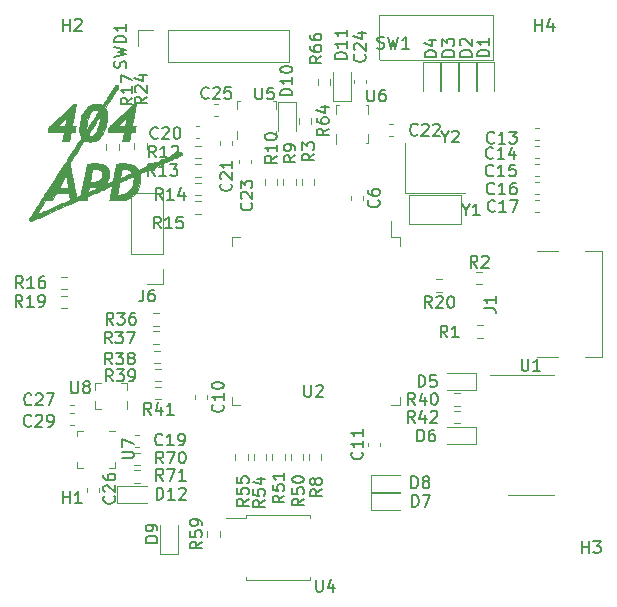
<source format=gbr>
%TF.GenerationSoftware,KiCad,Pcbnew,(5.1.8-0-10_14)*%
%TF.CreationDate,2021-03-06T23:06:48+08:00*%
%TF.ProjectId,upper_board,75707065-725f-4626-9f61-72642e6b6963,v0.1.3*%
%TF.SameCoordinates,Original*%
%TF.FileFunction,Legend,Top*%
%TF.FilePolarity,Positive*%
%FSLAX46Y46*%
G04 Gerber Fmt 4.6, Leading zero omitted, Abs format (unit mm)*
G04 Created by KiCad (PCBNEW (5.1.8-0-10_14)) date 2021-03-06 23:06:48*
%MOMM*%
%LPD*%
G01*
G04 APERTURE LIST*
%ADD10C,0.010000*%
%ADD11C,0.120000*%
%ADD12C,0.100000*%
%ADD13C,0.150000*%
G04 APERTURE END LIST*
D10*
%TO.C,G\u002A\u002A\u002A*%
G36*
X125381166Y-67882337D02*
G01*
X125407150Y-67887728D01*
X125409333Y-67890260D01*
X125406354Y-67909276D01*
X125397876Y-67957829D01*
X125384591Y-68032163D01*
X125367192Y-68128518D01*
X125346369Y-68243135D01*
X125322814Y-68372258D01*
X125297219Y-68512127D01*
X125270275Y-68658984D01*
X125242674Y-68809072D01*
X125215107Y-68958631D01*
X125188266Y-69103903D01*
X125162843Y-69241130D01*
X125139528Y-69366554D01*
X125119014Y-69476416D01*
X125101993Y-69566959D01*
X125089154Y-69634423D01*
X125081192Y-69675051D01*
X125079213Y-69684300D01*
X125076287Y-69702225D01*
X125082086Y-69713407D01*
X125102682Y-69719436D01*
X125144147Y-69721903D01*
X125212552Y-69722398D01*
X125224695Y-69722400D01*
X125379369Y-69722400D01*
X125367785Y-69811300D01*
X125358754Y-69871469D01*
X125345425Y-69949588D01*
X125330414Y-70030453D01*
X125327734Y-70044133D01*
X125299267Y-70188067D01*
X125143904Y-70192918D01*
X124988541Y-70197770D01*
X124971955Y-70277585D01*
X124963674Y-70319832D01*
X124950799Y-70388451D01*
X124934613Y-70476464D01*
X124916402Y-70576891D01*
X124898845Y-70674900D01*
X124842321Y-70992400D01*
X124550094Y-70992400D01*
X124454873Y-70991576D01*
X124372635Y-70989291D01*
X124308835Y-70985826D01*
X124268931Y-70981462D01*
X124257867Y-70977373D01*
X124260852Y-70956976D01*
X124269207Y-70908344D01*
X124282025Y-70836525D01*
X124298402Y-70746564D01*
X124317433Y-70643508D01*
X124325426Y-70600606D01*
X124345293Y-70493330D01*
X124362865Y-70396731D01*
X124377230Y-70315965D01*
X124387475Y-70256191D01*
X124392687Y-70222564D01*
X124393159Y-70217700D01*
X124386324Y-70212206D01*
X124364035Y-70207683D01*
X124323765Y-70204052D01*
X124262988Y-70201236D01*
X124179175Y-70199156D01*
X124069800Y-70197734D01*
X123932335Y-70196892D01*
X123764254Y-70196550D01*
X123710355Y-70196533D01*
X123561590Y-70196328D01*
X123423575Y-70195742D01*
X123299941Y-70194821D01*
X123194318Y-70193609D01*
X123110333Y-70192151D01*
X123051618Y-70190492D01*
X123021801Y-70188678D01*
X123018823Y-70187978D01*
X123018137Y-70168762D01*
X123023180Y-70123892D01*
X123032973Y-70060913D01*
X123041315Y-70014411D01*
X123072363Y-69849400D01*
X123178281Y-69748793D01*
X123205976Y-69722400D01*
X123860612Y-69722400D01*
X124487135Y-69722400D01*
X124543260Y-69413367D01*
X124561753Y-69311616D01*
X124578748Y-69218242D01*
X124593083Y-69139623D01*
X124603594Y-69082136D01*
X124608863Y-69053533D01*
X124611541Y-69039443D01*
X124612368Y-69029226D01*
X124609149Y-69024768D01*
X124599688Y-69027953D01*
X124581790Y-69040667D01*
X124553262Y-69064796D01*
X124511908Y-69102225D01*
X124455533Y-69154840D01*
X124381942Y-69224527D01*
X124288941Y-69313170D01*
X124174335Y-69422655D01*
X124131206Y-69463865D01*
X123860612Y-69722400D01*
X123205976Y-69722400D01*
X123207708Y-69720750D01*
X123259409Y-69671378D01*
X123331195Y-69602768D01*
X123420881Y-69517013D01*
X123526277Y-69416207D01*
X123645196Y-69302440D01*
X123775451Y-69177807D01*
X123914855Y-69044398D01*
X124061220Y-68904308D01*
X124205013Y-68766660D01*
X125125825Y-67885133D01*
X125267579Y-67880241D01*
X125332037Y-67879657D01*
X125381166Y-67882337D01*
G37*
X125381166Y-67882337D02*
X125407150Y-67887728D01*
X125409333Y-67890260D01*
X125406354Y-67909276D01*
X125397876Y-67957829D01*
X125384591Y-68032163D01*
X125367192Y-68128518D01*
X125346369Y-68243135D01*
X125322814Y-68372258D01*
X125297219Y-68512127D01*
X125270275Y-68658984D01*
X125242674Y-68809072D01*
X125215107Y-68958631D01*
X125188266Y-69103903D01*
X125162843Y-69241130D01*
X125139528Y-69366554D01*
X125119014Y-69476416D01*
X125101993Y-69566959D01*
X125089154Y-69634423D01*
X125081192Y-69675051D01*
X125079213Y-69684300D01*
X125076287Y-69702225D01*
X125082086Y-69713407D01*
X125102682Y-69719436D01*
X125144147Y-69721903D01*
X125212552Y-69722398D01*
X125224695Y-69722400D01*
X125379369Y-69722400D01*
X125367785Y-69811300D01*
X125358754Y-69871469D01*
X125345425Y-69949588D01*
X125330414Y-70030453D01*
X125327734Y-70044133D01*
X125299267Y-70188067D01*
X125143904Y-70192918D01*
X124988541Y-70197770D01*
X124971955Y-70277585D01*
X124963674Y-70319832D01*
X124950799Y-70388451D01*
X124934613Y-70476464D01*
X124916402Y-70576891D01*
X124898845Y-70674900D01*
X124842321Y-70992400D01*
X124550094Y-70992400D01*
X124454873Y-70991576D01*
X124372635Y-70989291D01*
X124308835Y-70985826D01*
X124268931Y-70981462D01*
X124257867Y-70977373D01*
X124260852Y-70956976D01*
X124269207Y-70908344D01*
X124282025Y-70836525D01*
X124298402Y-70746564D01*
X124317433Y-70643508D01*
X124325426Y-70600606D01*
X124345293Y-70493330D01*
X124362865Y-70396731D01*
X124377230Y-70315965D01*
X124387475Y-70256191D01*
X124392687Y-70222564D01*
X124393159Y-70217700D01*
X124386324Y-70212206D01*
X124364035Y-70207683D01*
X124323765Y-70204052D01*
X124262988Y-70201236D01*
X124179175Y-70199156D01*
X124069800Y-70197734D01*
X123932335Y-70196892D01*
X123764254Y-70196550D01*
X123710355Y-70196533D01*
X123561590Y-70196328D01*
X123423575Y-70195742D01*
X123299941Y-70194821D01*
X123194318Y-70193609D01*
X123110333Y-70192151D01*
X123051618Y-70190492D01*
X123021801Y-70188678D01*
X123018823Y-70187978D01*
X123018137Y-70168762D01*
X123023180Y-70123892D01*
X123032973Y-70060913D01*
X123041315Y-70014411D01*
X123072363Y-69849400D01*
X123178281Y-69748793D01*
X123205976Y-69722400D01*
X123860612Y-69722400D01*
X124487135Y-69722400D01*
X124543260Y-69413367D01*
X124561753Y-69311616D01*
X124578748Y-69218242D01*
X124593083Y-69139623D01*
X124603594Y-69082136D01*
X124608863Y-69053533D01*
X124611541Y-69039443D01*
X124612368Y-69029226D01*
X124609149Y-69024768D01*
X124599688Y-69027953D01*
X124581790Y-69040667D01*
X124553262Y-69064796D01*
X124511908Y-69102225D01*
X124455533Y-69154840D01*
X124381942Y-69224527D01*
X124288941Y-69313170D01*
X124174335Y-69422655D01*
X124131206Y-69463865D01*
X123860612Y-69722400D01*
X123205976Y-69722400D01*
X123207708Y-69720750D01*
X123259409Y-69671378D01*
X123331195Y-69602768D01*
X123420881Y-69517013D01*
X123526277Y-69416207D01*
X123645196Y-69302440D01*
X123775451Y-69177807D01*
X123914855Y-69044398D01*
X124061220Y-68904308D01*
X124205013Y-68766660D01*
X125125825Y-67885133D01*
X125267579Y-67880241D01*
X125332037Y-67879657D01*
X125381166Y-67882337D01*
G36*
X120301214Y-67882340D02*
G01*
X120327164Y-67887735D01*
X120329333Y-67890260D01*
X120326354Y-67909276D01*
X120317876Y-67957829D01*
X120304591Y-68032163D01*
X120287192Y-68128518D01*
X120266369Y-68243135D01*
X120242814Y-68372258D01*
X120217219Y-68512127D01*
X120190275Y-68658984D01*
X120162674Y-68809072D01*
X120135107Y-68958631D01*
X120108266Y-69103903D01*
X120082843Y-69241130D01*
X120059528Y-69366554D01*
X120039014Y-69476416D01*
X120021993Y-69566959D01*
X120009154Y-69634423D01*
X120001192Y-69675051D01*
X119999213Y-69684300D01*
X119996287Y-69702225D01*
X120002086Y-69713407D01*
X120022682Y-69719436D01*
X120064147Y-69721903D01*
X120132552Y-69722398D01*
X120144695Y-69722400D01*
X120299369Y-69722400D01*
X120287785Y-69811300D01*
X120278754Y-69871469D01*
X120265425Y-69949588D01*
X120250414Y-70030453D01*
X120247734Y-70044133D01*
X120219267Y-70188067D01*
X120063904Y-70192918D01*
X119908541Y-70197770D01*
X119891955Y-70277585D01*
X119883674Y-70319832D01*
X119870799Y-70388451D01*
X119854613Y-70476464D01*
X119836402Y-70576891D01*
X119818845Y-70674900D01*
X119762321Y-70992400D01*
X119470094Y-70992400D01*
X119374873Y-70991576D01*
X119292635Y-70989291D01*
X119228835Y-70985826D01*
X119188931Y-70981462D01*
X119177866Y-70977373D01*
X119180852Y-70956976D01*
X119189207Y-70908344D01*
X119202025Y-70836525D01*
X119218402Y-70746564D01*
X119237433Y-70643508D01*
X119245426Y-70600606D01*
X119265293Y-70493330D01*
X119282865Y-70396731D01*
X119297230Y-70315965D01*
X119307475Y-70256191D01*
X119312687Y-70222564D01*
X119313159Y-70217700D01*
X119306328Y-70212216D01*
X119284055Y-70207700D01*
X119243818Y-70204073D01*
X119183094Y-70201257D01*
X119099360Y-70199175D01*
X118990094Y-70197749D01*
X118852774Y-70196900D01*
X118684877Y-70196552D01*
X118627533Y-70196533D01*
X117941733Y-70196533D01*
X117941736Y-70158433D01*
X117944759Y-70124086D01*
X117952762Y-70067508D01*
X117964155Y-69999692D01*
X117966864Y-69984867D01*
X117980545Y-69916406D01*
X117994978Y-69869599D01*
X118016542Y-69832701D01*
X118051617Y-69793969D01*
X118091035Y-69756267D01*
X118119240Y-69729530D01*
X118126724Y-69722400D01*
X118781682Y-69722400D01*
X119407135Y-69722400D01*
X119463260Y-69413367D01*
X119481753Y-69311616D01*
X119498748Y-69218242D01*
X119513083Y-69139623D01*
X119523594Y-69082136D01*
X119528863Y-69053533D01*
X119531485Y-69039405D01*
X119532098Y-69029319D01*
X119528510Y-69025162D01*
X119518529Y-69028818D01*
X119499962Y-69042173D01*
X119470616Y-69067113D01*
X119428300Y-69105522D01*
X119370821Y-69159288D01*
X119295986Y-69230294D01*
X119201604Y-69320427D01*
X119085481Y-69431572D01*
X119051741Y-69463873D01*
X118781682Y-69722400D01*
X118126724Y-69722400D01*
X118169740Y-69681420D01*
X118240379Y-69613999D01*
X118329003Y-69529327D01*
X118433455Y-69429466D01*
X118551581Y-69316477D01*
X118681225Y-69192420D01*
X118820233Y-69059358D01*
X118966448Y-68919351D01*
X119117715Y-68774459D01*
X119118056Y-68774133D01*
X120046030Y-67885133D01*
X120187681Y-67880241D01*
X120252114Y-67879658D01*
X120301214Y-67882340D01*
G37*
X120301214Y-67882340D02*
X120327164Y-67887735D01*
X120329333Y-67890260D01*
X120326354Y-67909276D01*
X120317876Y-67957829D01*
X120304591Y-68032163D01*
X120287192Y-68128518D01*
X120266369Y-68243135D01*
X120242814Y-68372258D01*
X120217219Y-68512127D01*
X120190275Y-68658984D01*
X120162674Y-68809072D01*
X120135107Y-68958631D01*
X120108266Y-69103903D01*
X120082843Y-69241130D01*
X120059528Y-69366554D01*
X120039014Y-69476416D01*
X120021993Y-69566959D01*
X120009154Y-69634423D01*
X120001192Y-69675051D01*
X119999213Y-69684300D01*
X119996287Y-69702225D01*
X120002086Y-69713407D01*
X120022682Y-69719436D01*
X120064147Y-69721903D01*
X120132552Y-69722398D01*
X120144695Y-69722400D01*
X120299369Y-69722400D01*
X120287785Y-69811300D01*
X120278754Y-69871469D01*
X120265425Y-69949588D01*
X120250414Y-70030453D01*
X120247734Y-70044133D01*
X120219267Y-70188067D01*
X120063904Y-70192918D01*
X119908541Y-70197770D01*
X119891955Y-70277585D01*
X119883674Y-70319832D01*
X119870799Y-70388451D01*
X119854613Y-70476464D01*
X119836402Y-70576891D01*
X119818845Y-70674900D01*
X119762321Y-70992400D01*
X119470094Y-70992400D01*
X119374873Y-70991576D01*
X119292635Y-70989291D01*
X119228835Y-70985826D01*
X119188931Y-70981462D01*
X119177866Y-70977373D01*
X119180852Y-70956976D01*
X119189207Y-70908344D01*
X119202025Y-70836525D01*
X119218402Y-70746564D01*
X119237433Y-70643508D01*
X119245426Y-70600606D01*
X119265293Y-70493330D01*
X119282865Y-70396731D01*
X119297230Y-70315965D01*
X119307475Y-70256191D01*
X119312687Y-70222564D01*
X119313159Y-70217700D01*
X119306328Y-70212216D01*
X119284055Y-70207700D01*
X119243818Y-70204073D01*
X119183094Y-70201257D01*
X119099360Y-70199175D01*
X118990094Y-70197749D01*
X118852774Y-70196900D01*
X118684877Y-70196552D01*
X118627533Y-70196533D01*
X117941733Y-70196533D01*
X117941736Y-70158433D01*
X117944759Y-70124086D01*
X117952762Y-70067508D01*
X117964155Y-69999692D01*
X117966864Y-69984867D01*
X117980545Y-69916406D01*
X117994978Y-69869599D01*
X118016542Y-69832701D01*
X118051617Y-69793969D01*
X118091035Y-69756267D01*
X118119240Y-69729530D01*
X118126724Y-69722400D01*
X118781682Y-69722400D01*
X119407135Y-69722400D01*
X119463260Y-69413367D01*
X119481753Y-69311616D01*
X119498748Y-69218242D01*
X119513083Y-69139623D01*
X119523594Y-69082136D01*
X119528863Y-69053533D01*
X119531485Y-69039405D01*
X119532098Y-69029319D01*
X119528510Y-69025162D01*
X119518529Y-69028818D01*
X119499962Y-69042173D01*
X119470616Y-69067113D01*
X119428300Y-69105522D01*
X119370821Y-69159288D01*
X119295986Y-69230294D01*
X119201604Y-69320427D01*
X119085481Y-69431572D01*
X119051741Y-69463873D01*
X118781682Y-69722400D01*
X118126724Y-69722400D01*
X118169740Y-69681420D01*
X118240379Y-69613999D01*
X118329003Y-69529327D01*
X118433455Y-69429466D01*
X118551581Y-69316477D01*
X118681225Y-69192420D01*
X118820233Y-69059358D01*
X118966448Y-68919351D01*
X119117715Y-68774459D01*
X119118056Y-68774133D01*
X120046030Y-67885133D01*
X120187681Y-67880241D01*
X120252114Y-67879658D01*
X120301214Y-67882340D01*
G36*
X123860042Y-66243678D02*
G01*
X123902060Y-66280050D01*
X123926102Y-66318043D01*
X123936036Y-66357437D01*
X123930472Y-66403186D01*
X123908023Y-66460247D01*
X123867299Y-66533575D01*
X123806913Y-66628126D01*
X123802789Y-66634349D01*
X123746333Y-66719966D01*
X123678474Y-66823734D01*
X123605994Y-66935233D01*
X123535676Y-67044044D01*
X123501171Y-67097733D01*
X123444037Y-67186808D01*
X123373431Y-67296821D01*
X123294197Y-67420226D01*
X123211183Y-67549477D01*
X123129234Y-67677027D01*
X123075726Y-67760283D01*
X122818554Y-68160366D01*
X122860873Y-68256056D01*
X122902034Y-68378381D01*
X122930664Y-68527120D01*
X122947078Y-68697352D01*
X122951591Y-68884155D01*
X122944517Y-69082609D01*
X122926170Y-69287791D01*
X122896867Y-69494779D01*
X122856921Y-69698654D01*
X122806646Y-69894492D01*
X122746359Y-70077372D01*
X122744012Y-70083635D01*
X122647134Y-70305204D01*
X122534420Y-70496897D01*
X122405621Y-70658906D01*
X122260483Y-70791424D01*
X122098756Y-70894644D01*
X121920187Y-70968758D01*
X121724525Y-71013958D01*
X121511519Y-71030437D01*
X121506200Y-71030481D01*
X121413079Y-71030180D01*
X121343144Y-71026876D01*
X121285753Y-71019165D01*
X121230265Y-71005641D01*
X121169141Y-70985965D01*
X121106470Y-70966462D01*
X121056226Y-70954514D01*
X121026659Y-70951950D01*
X121022786Y-70953538D01*
X121010860Y-70970579D01*
X120982890Y-71012600D01*
X120941163Y-71076103D01*
X120887963Y-71157592D01*
X120825578Y-71253568D01*
X120756294Y-71360535D01*
X120715160Y-71424200D01*
X120625142Y-71563622D01*
X120522725Y-71722198D01*
X120413907Y-71890643D01*
X120304685Y-72059677D01*
X120201055Y-72220017D01*
X120113113Y-72356044D01*
X120039412Y-72470323D01*
X119971481Y-72576238D01*
X119911553Y-72670259D01*
X119861862Y-72748858D01*
X119824643Y-72808506D01*
X119802130Y-72845676D01*
X119796368Y-72856294D01*
X119798429Y-72875618D01*
X119806701Y-72925158D01*
X119820594Y-73001970D01*
X119839519Y-73103106D01*
X119862887Y-73225621D01*
X119890108Y-73366568D01*
X119920594Y-73523000D01*
X119953756Y-73691973D01*
X119989003Y-73870539D01*
X120025748Y-74055753D01*
X120063400Y-74244667D01*
X120101370Y-74434337D01*
X120139070Y-74621815D01*
X120175909Y-74804156D01*
X120211300Y-74978413D01*
X120244652Y-75141640D01*
X120275376Y-75290890D01*
X120302884Y-75423219D01*
X120326585Y-75535678D01*
X120345891Y-75625323D01*
X120360213Y-75689207D01*
X120368961Y-75724383D01*
X120371157Y-75730402D01*
X120388705Y-75727277D01*
X120429290Y-75713129D01*
X120485240Y-75691208D01*
X120548881Y-75664762D01*
X120612538Y-75637041D01*
X120668537Y-75611296D01*
X120709206Y-75590776D01*
X120725490Y-75580356D01*
X120730930Y-75561879D01*
X120742069Y-75512650D01*
X120758404Y-75435212D01*
X120779433Y-75332105D01*
X120804652Y-75205873D01*
X120833558Y-75059058D01*
X120865650Y-74894202D01*
X120900424Y-74713846D01*
X120937377Y-74520533D01*
X120958572Y-74408752D01*
X121539042Y-74408752D01*
X121539482Y-74409526D01*
X121567999Y-74420639D01*
X121623127Y-74428253D01*
X121697788Y-74432337D01*
X121784904Y-74432861D01*
X121877397Y-74429795D01*
X121968189Y-74423109D01*
X122050202Y-74412772D01*
X122056533Y-74411726D01*
X122179675Y-74377291D01*
X122298130Y-74319230D01*
X122400280Y-74243772D01*
X122435236Y-74208711D01*
X122498603Y-74125670D01*
X122538997Y-74039250D01*
X122559147Y-73940709D01*
X122561785Y-73821304D01*
X122561081Y-73805697D01*
X122547219Y-73683951D01*
X122517221Y-73588075D01*
X122467716Y-73512565D01*
X122395331Y-73451921D01*
X122318789Y-73410460D01*
X122281414Y-73394743D01*
X122244424Y-73383892D01*
X122200477Y-73377028D01*
X122142235Y-73373272D01*
X122062356Y-73371746D01*
X121993629Y-73371533D01*
X121893439Y-73372243D01*
X121821959Y-73374701D01*
X121774058Y-73379399D01*
X121744601Y-73386830D01*
X121728968Y-73396933D01*
X121720716Y-73418534D01*
X121707957Y-73467933D01*
X121691630Y-73540105D01*
X121672676Y-73630023D01*
X121652036Y-73732664D01*
X121630649Y-73843002D01*
X121609457Y-73956011D01*
X121589399Y-74066667D01*
X121571416Y-74169943D01*
X121556449Y-74260815D01*
X121545437Y-74334258D01*
X121539321Y-74385245D01*
X121539042Y-74408752D01*
X120958572Y-74408752D01*
X120976007Y-74316805D01*
X120988646Y-74249797D01*
X121236646Y-72933334D01*
X121282436Y-72921088D01*
X121313727Y-72916023D01*
X121372438Y-72909491D01*
X121452188Y-72902090D01*
X121546594Y-72894416D01*
X121637717Y-72887845D01*
X121908357Y-72877942D01*
X122151265Y-72886982D01*
X122366912Y-72915151D01*
X122555764Y-72962636D01*
X122718291Y-73029623D01*
X122854959Y-73116299D01*
X122966236Y-73222850D01*
X123052592Y-73349463D01*
X123106797Y-73473133D01*
X123133557Y-73579553D01*
X123149342Y-73705604D01*
X123153555Y-73838680D01*
X123145598Y-73966173D01*
X123133674Y-74039804D01*
X123079067Y-74218598D01*
X122995731Y-74379871D01*
X122884600Y-74522452D01*
X122746603Y-74645168D01*
X122582675Y-74746846D01*
X122564533Y-74755989D01*
X122426163Y-74817653D01*
X122292387Y-74861873D01*
X122153520Y-74890758D01*
X121999874Y-74906417D01*
X121853333Y-74910888D01*
X121757383Y-74910874D01*
X121666035Y-74909731D01*
X121588286Y-74907649D01*
X121533128Y-74904814D01*
X121523819Y-74904000D01*
X121439839Y-74895533D01*
X121410049Y-75056400D01*
X121396083Y-75130584D01*
X121383418Y-75195654D01*
X121373949Y-75241982D01*
X121370941Y-75255367D01*
X121369643Y-75284583D01*
X121377870Y-75293467D01*
X121395134Y-75286894D01*
X121440288Y-75268084D01*
X121510208Y-75238396D01*
X121601766Y-75199191D01*
X121711837Y-75151830D01*
X121837296Y-75097672D01*
X121975015Y-75038079D01*
X122121869Y-74974410D01*
X122274732Y-74908027D01*
X122430478Y-74840289D01*
X122585981Y-74772556D01*
X122738115Y-74706191D01*
X122883754Y-74642552D01*
X123019773Y-74583000D01*
X123143044Y-74528896D01*
X123250443Y-74481600D01*
X123338843Y-74442473D01*
X123405119Y-74412874D01*
X123446143Y-74394165D01*
X123458847Y-74387821D01*
X123462911Y-74370576D01*
X123472323Y-74323500D01*
X123486426Y-74250089D01*
X123504561Y-74153843D01*
X123515305Y-74096111D01*
X124075186Y-74096111D01*
X124075636Y-74102984D01*
X124081231Y-74106264D01*
X124094550Y-74104935D01*
X124118175Y-74097981D01*
X124154686Y-74084386D01*
X124206664Y-74063134D01*
X124276688Y-74033207D01*
X124367339Y-73993591D01*
X124481198Y-73943269D01*
X124620844Y-73881224D01*
X124788802Y-73806467D01*
X125091137Y-73671879D01*
X125031703Y-73606373D01*
X124945793Y-73530281D01*
X124837386Y-73462664D01*
X124717796Y-73410119D01*
X124668237Y-73394485D01*
X124597264Y-73379452D01*
X124514629Y-73369075D01*
X124428604Y-73363545D01*
X124347464Y-73363051D01*
X124279481Y-73367783D01*
X124232931Y-73377930D01*
X124221279Y-73384233D01*
X124207692Y-73409746D01*
X124191235Y-73466924D01*
X124171766Y-73556378D01*
X124149141Y-73678718D01*
X124140836Y-73727133D01*
X124123354Y-73829837D01*
X124107223Y-73923023D01*
X124093489Y-74000769D01*
X124083200Y-74057149D01*
X124077402Y-74086241D01*
X124077301Y-74086661D01*
X124075186Y-74096111D01*
X123515305Y-74096111D01*
X123526073Y-74038260D01*
X123550304Y-73906838D01*
X123576598Y-73763075D01*
X123589748Y-73690775D01*
X123617007Y-73540893D01*
X123642644Y-73400445D01*
X123665975Y-73273138D01*
X123686317Y-73162683D01*
X123702985Y-73072786D01*
X123715296Y-73007157D01*
X123722566Y-72969504D01*
X123723996Y-72962733D01*
X123740562Y-72940005D01*
X123779896Y-72921167D01*
X123844232Y-72905818D01*
X123935801Y-72893558D01*
X124056836Y-72883985D01*
X124200699Y-72877031D01*
X124469261Y-72877924D01*
X124713534Y-72902086D01*
X124933974Y-72949658D01*
X125131035Y-73020784D01*
X125305170Y-73115607D01*
X125456836Y-73234270D01*
X125513205Y-73290462D01*
X125555736Y-73337855D01*
X125590286Y-73379798D01*
X125607404Y-73404100D01*
X125614596Y-73413208D01*
X125626242Y-73417566D01*
X125646024Y-73415912D01*
X125677619Y-73406982D01*
X125724707Y-73389513D01*
X125790967Y-73362242D01*
X125880079Y-73323906D01*
X125995721Y-73273241D01*
X126021143Y-73262052D01*
X126107962Y-73223846D01*
X126221773Y-73173794D01*
X126358554Y-73113664D01*
X126514286Y-73045221D01*
X126684948Y-72970231D01*
X126866522Y-72890462D01*
X127054986Y-72807680D01*
X127246321Y-72723651D01*
X127436506Y-72640141D01*
X127449800Y-72634304D01*
X127636340Y-72552355D01*
X127821651Y-72470855D01*
X128002085Y-72391414D01*
X128173994Y-72315641D01*
X128333730Y-72245146D01*
X128477646Y-72181541D01*
X128602094Y-72126434D01*
X128703425Y-72081435D01*
X128777993Y-72048156D01*
X128787533Y-72043875D01*
X128909904Y-71989914D01*
X129006374Y-71950322D01*
X129081280Y-71924221D01*
X129138961Y-71910734D01*
X129183756Y-71908982D01*
X129220003Y-71918087D01*
X129252041Y-71937172D01*
X129264571Y-71947336D01*
X129298249Y-71985863D01*
X129310863Y-72032635D01*
X129311697Y-72056050D01*
X129309819Y-72092497D01*
X129302038Y-72124098D01*
X129285135Y-72153046D01*
X129255892Y-72181529D01*
X129211088Y-72211739D01*
X129147504Y-72245865D01*
X129061921Y-72286098D01*
X128951120Y-72334628D01*
X128821349Y-72389663D01*
X128764208Y-72413973D01*
X128678902Y-72450634D01*
X128568285Y-72498407D01*
X128435212Y-72556050D01*
X128282536Y-72622323D01*
X128113111Y-72695986D01*
X127929793Y-72775797D01*
X127735434Y-72860517D01*
X127532890Y-72948904D01*
X127325014Y-73039719D01*
X127195800Y-73096220D01*
X126992710Y-73185031D01*
X126797986Y-73270138D01*
X126613934Y-73350534D01*
X126442861Y-73425214D01*
X126287073Y-73493172D01*
X126148877Y-73553405D01*
X126030578Y-73604905D01*
X125934485Y-73646668D01*
X125862902Y-73677689D01*
X125818136Y-73696962D01*
X125803033Y-73703303D01*
X125777740Y-73719004D01*
X125767254Y-73745813D01*
X125770501Y-73791099D01*
X125782286Y-73845667D01*
X125791602Y-73906842D01*
X125797295Y-73993520D01*
X125799483Y-74097546D01*
X125798280Y-74210764D01*
X125793800Y-74325016D01*
X125786160Y-74432148D01*
X125775474Y-74524001D01*
X125772444Y-74543013D01*
X125714853Y-74789679D01*
X125629757Y-75017512D01*
X125517991Y-75225459D01*
X125380386Y-75412469D01*
X125217776Y-75577488D01*
X125030992Y-75719465D01*
X124820869Y-75837348D01*
X124709887Y-75885896D01*
X124629366Y-75917071D01*
X124555593Y-75942565D01*
X124483817Y-75963013D01*
X124409286Y-75979048D01*
X124327249Y-75991305D01*
X124232953Y-76000418D01*
X124121648Y-76007021D01*
X123988582Y-76011748D01*
X123829003Y-76015233D01*
X123728700Y-76016843D01*
X123576474Y-76018973D01*
X123454745Y-76020306D01*
X123360151Y-76020721D01*
X123289330Y-76020101D01*
X123238920Y-76018327D01*
X123205557Y-76015278D01*
X123185880Y-76010838D01*
X123176526Y-76004886D01*
X123174133Y-75997304D01*
X123174133Y-75997225D01*
X123177102Y-75974634D01*
X123185549Y-75922679D01*
X123198785Y-75845296D01*
X123216120Y-75746420D01*
X123236863Y-75629988D01*
X123258979Y-75507397D01*
X123834533Y-75507397D01*
X123837681Y-75519058D01*
X123850746Y-75526426D01*
X123879164Y-75529986D01*
X123928366Y-75530223D01*
X124003788Y-75527622D01*
X124041966Y-75525921D01*
X124187120Y-75514931D01*
X124304484Y-75496247D01*
X124367933Y-75479764D01*
X124534376Y-75411042D01*
X124688929Y-75313021D01*
X124828606Y-75189082D01*
X124950419Y-75042601D01*
X125051381Y-74876957D01*
X125128505Y-74695528D01*
X125161697Y-74582125D01*
X125179948Y-74495126D01*
X125194789Y-74399881D01*
X125205939Y-74302087D01*
X125213118Y-74207442D01*
X125216044Y-74121642D01*
X125214435Y-74050384D01*
X125208011Y-73999366D01*
X125196491Y-73974285D01*
X125191778Y-73972667D01*
X125171967Y-73979306D01*
X125125516Y-73997981D01*
X125056664Y-74026824D01*
X124969653Y-74063968D01*
X124868724Y-74107546D01*
X124758116Y-74155690D01*
X124642072Y-74206535D01*
X124524831Y-74258212D01*
X124410635Y-74308855D01*
X124303725Y-74356597D01*
X124208340Y-74399571D01*
X124128723Y-74435909D01*
X124069113Y-74463745D01*
X124033752Y-74481212D01*
X124025948Y-74485929D01*
X124019125Y-74505868D01*
X124007517Y-74554135D01*
X123992071Y-74625680D01*
X123973732Y-74715453D01*
X123953447Y-74818404D01*
X123932163Y-74929483D01*
X123910825Y-75043641D01*
X123890380Y-75155826D01*
X123871775Y-75260990D01*
X123855955Y-75354081D01*
X123843867Y-75430051D01*
X123836457Y-75483848D01*
X123834533Y-75507397D01*
X123258979Y-75507397D01*
X123260326Y-75499935D01*
X123284644Y-75366598D01*
X123309829Y-75228428D01*
X123332744Y-75101173D01*
X123352738Y-74988573D01*
X123369159Y-74894369D01*
X123381354Y-74822298D01*
X123388672Y-74776101D01*
X123390478Y-74759529D01*
X123374598Y-74765442D01*
X123330290Y-74783921D01*
X123260110Y-74813856D01*
X123166613Y-74854140D01*
X123052354Y-74903663D01*
X122919888Y-74961317D01*
X122771770Y-75025992D01*
X122610557Y-75096580D01*
X122438803Y-75171973D01*
X122352866Y-75209763D01*
X122176629Y-75287299D01*
X122009496Y-75360815D01*
X121854053Y-75429176D01*
X121712883Y-75491245D01*
X121588570Y-75545888D01*
X121483698Y-75591967D01*
X121400852Y-75628349D01*
X121342615Y-75653896D01*
X121311572Y-75667473D01*
X121307105Y-75669399D01*
X121299005Y-75687210D01*
X121287380Y-75731145D01*
X121274009Y-75793876D01*
X121264772Y-75843843D01*
X121235267Y-76013133D01*
X120944649Y-76017760D01*
X120839337Y-76019301D01*
X120763321Y-76019735D01*
X120712036Y-76018581D01*
X120680916Y-76015361D01*
X120665396Y-76009592D01*
X120660911Y-76000796D01*
X120662896Y-75988491D01*
X120662991Y-75988127D01*
X120666395Y-75960805D01*
X120662562Y-75953867D01*
X120648228Y-75959213D01*
X120609313Y-75975413D01*
X120545270Y-76002702D01*
X120455553Y-76041318D01*
X120339617Y-76091500D01*
X120196915Y-76153485D01*
X120026901Y-76227510D01*
X119829029Y-76313814D01*
X119602754Y-76412633D01*
X119347530Y-76524205D01*
X119062810Y-76648769D01*
X118748049Y-76786561D01*
X118492067Y-76898672D01*
X118205969Y-77024063D01*
X117949475Y-77136638D01*
X117721114Y-77237054D01*
X117519419Y-77325970D01*
X117342922Y-77404044D01*
X117190155Y-77471934D01*
X117059649Y-77530299D01*
X116949936Y-77579796D01*
X116859548Y-77621083D01*
X116787016Y-77654819D01*
X116730873Y-77681662D01*
X116689650Y-77702270D01*
X116661879Y-77717301D01*
X116650930Y-77724004D01*
X116580661Y-77756044D01*
X116509063Y-77764259D01*
X116447299Y-77747423D01*
X116445780Y-77746556D01*
X116408373Y-77707854D01*
X116384373Y-77650623D01*
X116378731Y-77589127D01*
X116382979Y-77565629D01*
X116396686Y-77535298D01*
X116425841Y-77482192D01*
X116467225Y-77411793D01*
X116517615Y-77329581D01*
X116572870Y-77242467D01*
X116595785Y-77206933D01*
X117006387Y-77206933D01*
X117024935Y-77200485D01*
X117069853Y-77182440D01*
X117136473Y-77154748D01*
X117220126Y-77119357D01*
X117316144Y-77078216D01*
X117357527Y-77060344D01*
X117487029Y-77004194D01*
X117631723Y-76941283D01*
X117788919Y-76872795D01*
X117955927Y-76799910D01*
X118130057Y-76723811D01*
X118308618Y-76645680D01*
X118488920Y-76566698D01*
X118668273Y-76488046D01*
X118843986Y-76410908D01*
X119013370Y-76336464D01*
X119173735Y-76265896D01*
X119322389Y-76200387D01*
X119456642Y-76141118D01*
X119573805Y-76089270D01*
X119671188Y-76046026D01*
X119746099Y-76012568D01*
X119795848Y-75990077D01*
X119817747Y-75979735D01*
X119818529Y-75979248D01*
X119818743Y-75960923D01*
X119814531Y-75915985D01*
X119806847Y-75851258D01*
X119796646Y-75773567D01*
X119784882Y-75689734D01*
X119772508Y-75606584D01*
X119760479Y-75530940D01*
X119749747Y-75469628D01*
X119742189Y-75433167D01*
X119732995Y-75395067D01*
X118640035Y-75395067D01*
X118284417Y-76013133D01*
X117758003Y-76022447D01*
X117533247Y-76373390D01*
X117459060Y-76489034D01*
X117379946Y-76612017D01*
X117301286Y-76734001D01*
X117228459Y-76846646D01*
X117166846Y-76941611D01*
X117151205Y-76965633D01*
X117100421Y-77044602D01*
X117057925Y-77112731D01*
X117026458Y-77165451D01*
X117008764Y-77198193D01*
X117006387Y-77206933D01*
X116595785Y-77206933D01*
X116623280Y-77164298D01*
X116688615Y-77062981D01*
X116765446Y-76943834D01*
X116850346Y-76812172D01*
X116939887Y-76673312D01*
X117030640Y-76532570D01*
X117111348Y-76407405D01*
X117188913Y-76287251D01*
X117281899Y-76143441D01*
X117387246Y-75980696D01*
X117501892Y-75803738D01*
X117622776Y-75617290D01*
X117746837Y-75426073D01*
X117871014Y-75234809D01*
X117992245Y-75048220D01*
X118047075Y-74963891D01*
X118890000Y-74963891D01*
X118905968Y-74966929D01*
X118950033Y-74969207D01*
X119016434Y-74970763D01*
X119099410Y-74971632D01*
X119193199Y-74971850D01*
X119292042Y-74971453D01*
X119390177Y-74970476D01*
X119481844Y-74968956D01*
X119561281Y-74966928D01*
X119622728Y-74964429D01*
X119660424Y-74961494D01*
X119669644Y-74959033D01*
X119667610Y-74934534D01*
X119660978Y-74882683D01*
X119650504Y-74808274D01*
X119636944Y-74716104D01*
X119621054Y-74610970D01*
X119603588Y-74497668D01*
X119585304Y-74380993D01*
X119566956Y-74265743D01*
X119549300Y-74156712D01*
X119533092Y-74058698D01*
X119519088Y-73976497D01*
X119508043Y-73914904D01*
X119500713Y-73878716D01*
X119498222Y-73871067D01*
X119488419Y-73885255D01*
X119464584Y-73925153D01*
X119428944Y-73986762D01*
X119383723Y-74066083D01*
X119331148Y-74159117D01*
X119273445Y-74261864D01*
X119212839Y-74370325D01*
X119151557Y-74480501D01*
X119091823Y-74588393D01*
X119035865Y-74690001D01*
X118985907Y-74781327D01*
X118944175Y-74858371D01*
X118912896Y-74917133D01*
X118894294Y-74953615D01*
X118890000Y-74963891D01*
X118047075Y-74963891D01*
X118075006Y-74920933D01*
X118235757Y-74673672D01*
X118399746Y-74421225D01*
X118565948Y-74165181D01*
X118733336Y-73907129D01*
X118900885Y-73648657D01*
X119067571Y-73391353D01*
X119232369Y-73136806D01*
X119394251Y-72886605D01*
X119552195Y-72642338D01*
X119705173Y-72405593D01*
X119852161Y-72177959D01*
X119992134Y-71961025D01*
X120124066Y-71756379D01*
X120246932Y-71565610D01*
X120359707Y-71390306D01*
X120461364Y-71232055D01*
X120550880Y-71092446D01*
X120627229Y-70973068D01*
X120689385Y-70875509D01*
X120736324Y-70801358D01*
X120767019Y-70752202D01*
X120780446Y-70729632D01*
X120780899Y-70728658D01*
X120777714Y-70704065D01*
X120761760Y-70659432D01*
X120736624Y-70604698D01*
X120695196Y-70511683D01*
X120681301Y-70467307D01*
X121345333Y-70467307D01*
X121360361Y-70488176D01*
X121399275Y-70511026D01*
X121452824Y-70530857D01*
X121472333Y-70535933D01*
X121565741Y-70542316D01*
X121672546Y-70523224D01*
X121780690Y-70482197D01*
X121889126Y-70412290D01*
X121988304Y-70310764D01*
X122077647Y-70178735D01*
X122156579Y-70017318D01*
X122224524Y-69827631D01*
X122280904Y-69610789D01*
X122311074Y-69455817D01*
X122324848Y-69366603D01*
X122336781Y-69272224D01*
X122346512Y-69178082D01*
X122353683Y-69089582D01*
X122357933Y-69012126D01*
X122358902Y-68951117D01*
X122356231Y-68911959D01*
X122349561Y-68900056D01*
X122348002Y-68901133D01*
X122334560Y-68919376D01*
X122305290Y-68962671D01*
X122262227Y-69027837D01*
X122207408Y-69111693D01*
X122142869Y-69211060D01*
X122070645Y-69322758D01*
X121992773Y-69443607D01*
X121911288Y-69570426D01*
X121828226Y-69700035D01*
X121745624Y-69829254D01*
X121665516Y-69954904D01*
X121589940Y-70073803D01*
X121520931Y-70182772D01*
X121460524Y-70278631D01*
X121410757Y-70358199D01*
X121373664Y-70418297D01*
X121351282Y-70455744D01*
X121345333Y-70467307D01*
X120681301Y-70467307D01*
X120665418Y-70416587D01*
X120645910Y-70311771D01*
X120635288Y-70189597D01*
X120632172Y-70042425D01*
X120632213Y-70027540D01*
X120635143Y-69953961D01*
X121209867Y-69953961D01*
X121210928Y-70007496D01*
X121215249Y-70032522D01*
X121224537Y-70034361D01*
X121233159Y-70026595D01*
X121246736Y-70007794D01*
X121276769Y-69963353D01*
X121321393Y-69896116D01*
X121378745Y-69808925D01*
X121446961Y-69704626D01*
X121524176Y-69586061D01*
X121608526Y-69456075D01*
X121698148Y-69317510D01*
X121710019Y-69299123D01*
X121825083Y-69120907D01*
X121923138Y-68969020D01*
X122005479Y-68841294D01*
X122073397Y-68735562D01*
X122128188Y-68649657D01*
X122171143Y-68581412D01*
X122203556Y-68528659D01*
X122226720Y-68489233D01*
X122241930Y-68460964D01*
X122250477Y-68441688D01*
X122253656Y-68429235D01*
X122252759Y-68421439D01*
X122249081Y-68416134D01*
X122243914Y-68411151D01*
X122241517Y-68408520D01*
X122186356Y-68366309D01*
X122108397Y-68339750D01*
X122015637Y-68330408D01*
X121916074Y-68339846D01*
X121903479Y-68342439D01*
X121809103Y-68379074D01*
X121714378Y-68445941D01*
X121622756Y-68539619D01*
X121537690Y-68656690D01*
X121476287Y-68765666D01*
X121414313Y-68908230D01*
X121357095Y-69075889D01*
X121306573Y-69259988D01*
X121264687Y-69451873D01*
X121233378Y-69642890D01*
X121214586Y-69824384D01*
X121209867Y-69953961D01*
X120635143Y-69953961D01*
X120643906Y-69733989D01*
X120675780Y-69453858D01*
X120726974Y-69189313D01*
X120796630Y-68942522D01*
X120883886Y-68715650D01*
X120987884Y-68510866D01*
X121107764Y-68330335D01*
X121242666Y-68176224D01*
X121391729Y-68050700D01*
X121425853Y-68027454D01*
X121573845Y-67947709D01*
X121738204Y-67888777D01*
X121911842Y-67851499D01*
X122087671Y-67836713D01*
X122258604Y-67845259D01*
X122417553Y-67877978D01*
X122485934Y-67901876D01*
X122538392Y-67922413D01*
X122576165Y-67935967D01*
X122590769Y-67939576D01*
X122602110Y-67922153D01*
X122629490Y-67879779D01*
X122670631Y-67815992D01*
X122723256Y-67734329D01*
X122785090Y-67638327D01*
X122853854Y-67531524D01*
X122927273Y-67417456D01*
X123003070Y-67299660D01*
X123078967Y-67181675D01*
X123152689Y-67067035D01*
X123221959Y-66959280D01*
X123284499Y-66861946D01*
X123323379Y-66801400D01*
X123412845Y-66662072D01*
X123485955Y-66548491D01*
X123544662Y-66457913D01*
X123590915Y-66387593D01*
X123626668Y-66334787D01*
X123653871Y-66296750D01*
X123674476Y-66270738D01*
X123690435Y-66254006D01*
X123703699Y-66243810D01*
X123716220Y-66237404D01*
X123727597Y-66232943D01*
X123795751Y-66223478D01*
X123860042Y-66243678D01*
G37*
X123860042Y-66243678D02*
X123902060Y-66280050D01*
X123926102Y-66318043D01*
X123936036Y-66357437D01*
X123930472Y-66403186D01*
X123908023Y-66460247D01*
X123867299Y-66533575D01*
X123806913Y-66628126D01*
X123802789Y-66634349D01*
X123746333Y-66719966D01*
X123678474Y-66823734D01*
X123605994Y-66935233D01*
X123535676Y-67044044D01*
X123501171Y-67097733D01*
X123444037Y-67186808D01*
X123373431Y-67296821D01*
X123294197Y-67420226D01*
X123211183Y-67549477D01*
X123129234Y-67677027D01*
X123075726Y-67760283D01*
X122818554Y-68160366D01*
X122860873Y-68256056D01*
X122902034Y-68378381D01*
X122930664Y-68527120D01*
X122947078Y-68697352D01*
X122951591Y-68884155D01*
X122944517Y-69082609D01*
X122926170Y-69287791D01*
X122896867Y-69494779D01*
X122856921Y-69698654D01*
X122806646Y-69894492D01*
X122746359Y-70077372D01*
X122744012Y-70083635D01*
X122647134Y-70305204D01*
X122534420Y-70496897D01*
X122405621Y-70658906D01*
X122260483Y-70791424D01*
X122098756Y-70894644D01*
X121920187Y-70968758D01*
X121724525Y-71013958D01*
X121511519Y-71030437D01*
X121506200Y-71030481D01*
X121413079Y-71030180D01*
X121343144Y-71026876D01*
X121285753Y-71019165D01*
X121230265Y-71005641D01*
X121169141Y-70985965D01*
X121106470Y-70966462D01*
X121056226Y-70954514D01*
X121026659Y-70951950D01*
X121022786Y-70953538D01*
X121010860Y-70970579D01*
X120982890Y-71012600D01*
X120941163Y-71076103D01*
X120887963Y-71157592D01*
X120825578Y-71253568D01*
X120756294Y-71360535D01*
X120715160Y-71424200D01*
X120625142Y-71563622D01*
X120522725Y-71722198D01*
X120413907Y-71890643D01*
X120304685Y-72059677D01*
X120201055Y-72220017D01*
X120113113Y-72356044D01*
X120039412Y-72470323D01*
X119971481Y-72576238D01*
X119911553Y-72670259D01*
X119861862Y-72748858D01*
X119824643Y-72808506D01*
X119802130Y-72845676D01*
X119796368Y-72856294D01*
X119798429Y-72875618D01*
X119806701Y-72925158D01*
X119820594Y-73001970D01*
X119839519Y-73103106D01*
X119862887Y-73225621D01*
X119890108Y-73366568D01*
X119920594Y-73523000D01*
X119953756Y-73691973D01*
X119989003Y-73870539D01*
X120025748Y-74055753D01*
X120063400Y-74244667D01*
X120101370Y-74434337D01*
X120139070Y-74621815D01*
X120175909Y-74804156D01*
X120211300Y-74978413D01*
X120244652Y-75141640D01*
X120275376Y-75290890D01*
X120302884Y-75423219D01*
X120326585Y-75535678D01*
X120345891Y-75625323D01*
X120360213Y-75689207D01*
X120368961Y-75724383D01*
X120371157Y-75730402D01*
X120388705Y-75727277D01*
X120429290Y-75713129D01*
X120485240Y-75691208D01*
X120548881Y-75664762D01*
X120612538Y-75637041D01*
X120668537Y-75611296D01*
X120709206Y-75590776D01*
X120725490Y-75580356D01*
X120730930Y-75561879D01*
X120742069Y-75512650D01*
X120758404Y-75435212D01*
X120779433Y-75332105D01*
X120804652Y-75205873D01*
X120833558Y-75059058D01*
X120865650Y-74894202D01*
X120900424Y-74713846D01*
X120937377Y-74520533D01*
X120958572Y-74408752D01*
X121539042Y-74408752D01*
X121539482Y-74409526D01*
X121567999Y-74420639D01*
X121623127Y-74428253D01*
X121697788Y-74432337D01*
X121784904Y-74432861D01*
X121877397Y-74429795D01*
X121968189Y-74423109D01*
X122050202Y-74412772D01*
X122056533Y-74411726D01*
X122179675Y-74377291D01*
X122298130Y-74319230D01*
X122400280Y-74243772D01*
X122435236Y-74208711D01*
X122498603Y-74125670D01*
X122538997Y-74039250D01*
X122559147Y-73940709D01*
X122561785Y-73821304D01*
X122561081Y-73805697D01*
X122547219Y-73683951D01*
X122517221Y-73588075D01*
X122467716Y-73512565D01*
X122395331Y-73451921D01*
X122318789Y-73410460D01*
X122281414Y-73394743D01*
X122244424Y-73383892D01*
X122200477Y-73377028D01*
X122142235Y-73373272D01*
X122062356Y-73371746D01*
X121993629Y-73371533D01*
X121893439Y-73372243D01*
X121821959Y-73374701D01*
X121774058Y-73379399D01*
X121744601Y-73386830D01*
X121728968Y-73396933D01*
X121720716Y-73418534D01*
X121707957Y-73467933D01*
X121691630Y-73540105D01*
X121672676Y-73630023D01*
X121652036Y-73732664D01*
X121630649Y-73843002D01*
X121609457Y-73956011D01*
X121589399Y-74066667D01*
X121571416Y-74169943D01*
X121556449Y-74260815D01*
X121545437Y-74334258D01*
X121539321Y-74385245D01*
X121539042Y-74408752D01*
X120958572Y-74408752D01*
X120976007Y-74316805D01*
X120988646Y-74249797D01*
X121236646Y-72933334D01*
X121282436Y-72921088D01*
X121313727Y-72916023D01*
X121372438Y-72909491D01*
X121452188Y-72902090D01*
X121546594Y-72894416D01*
X121637717Y-72887845D01*
X121908357Y-72877942D01*
X122151265Y-72886982D01*
X122366912Y-72915151D01*
X122555764Y-72962636D01*
X122718291Y-73029623D01*
X122854959Y-73116299D01*
X122966236Y-73222850D01*
X123052592Y-73349463D01*
X123106797Y-73473133D01*
X123133557Y-73579553D01*
X123149342Y-73705604D01*
X123153555Y-73838680D01*
X123145598Y-73966173D01*
X123133674Y-74039804D01*
X123079067Y-74218598D01*
X122995731Y-74379871D01*
X122884600Y-74522452D01*
X122746603Y-74645168D01*
X122582675Y-74746846D01*
X122564533Y-74755989D01*
X122426163Y-74817653D01*
X122292387Y-74861873D01*
X122153520Y-74890758D01*
X121999874Y-74906417D01*
X121853333Y-74910888D01*
X121757383Y-74910874D01*
X121666035Y-74909731D01*
X121588286Y-74907649D01*
X121533128Y-74904814D01*
X121523819Y-74904000D01*
X121439839Y-74895533D01*
X121410049Y-75056400D01*
X121396083Y-75130584D01*
X121383418Y-75195654D01*
X121373949Y-75241982D01*
X121370941Y-75255367D01*
X121369643Y-75284583D01*
X121377870Y-75293467D01*
X121395134Y-75286894D01*
X121440288Y-75268084D01*
X121510208Y-75238396D01*
X121601766Y-75199191D01*
X121711837Y-75151830D01*
X121837296Y-75097672D01*
X121975015Y-75038079D01*
X122121869Y-74974410D01*
X122274732Y-74908027D01*
X122430478Y-74840289D01*
X122585981Y-74772556D01*
X122738115Y-74706191D01*
X122883754Y-74642552D01*
X123019773Y-74583000D01*
X123143044Y-74528896D01*
X123250443Y-74481600D01*
X123338843Y-74442473D01*
X123405119Y-74412874D01*
X123446143Y-74394165D01*
X123458847Y-74387821D01*
X123462911Y-74370576D01*
X123472323Y-74323500D01*
X123486426Y-74250089D01*
X123504561Y-74153843D01*
X123515305Y-74096111D01*
X124075186Y-74096111D01*
X124075636Y-74102984D01*
X124081231Y-74106264D01*
X124094550Y-74104935D01*
X124118175Y-74097981D01*
X124154686Y-74084386D01*
X124206664Y-74063134D01*
X124276688Y-74033207D01*
X124367339Y-73993591D01*
X124481198Y-73943269D01*
X124620844Y-73881224D01*
X124788802Y-73806467D01*
X125091137Y-73671879D01*
X125031703Y-73606373D01*
X124945793Y-73530281D01*
X124837386Y-73462664D01*
X124717796Y-73410119D01*
X124668237Y-73394485D01*
X124597264Y-73379452D01*
X124514629Y-73369075D01*
X124428604Y-73363545D01*
X124347464Y-73363051D01*
X124279481Y-73367783D01*
X124232931Y-73377930D01*
X124221279Y-73384233D01*
X124207692Y-73409746D01*
X124191235Y-73466924D01*
X124171766Y-73556378D01*
X124149141Y-73678718D01*
X124140836Y-73727133D01*
X124123354Y-73829837D01*
X124107223Y-73923023D01*
X124093489Y-74000769D01*
X124083200Y-74057149D01*
X124077402Y-74086241D01*
X124077301Y-74086661D01*
X124075186Y-74096111D01*
X123515305Y-74096111D01*
X123526073Y-74038260D01*
X123550304Y-73906838D01*
X123576598Y-73763075D01*
X123589748Y-73690775D01*
X123617007Y-73540893D01*
X123642644Y-73400445D01*
X123665975Y-73273138D01*
X123686317Y-73162683D01*
X123702985Y-73072786D01*
X123715296Y-73007157D01*
X123722566Y-72969504D01*
X123723996Y-72962733D01*
X123740562Y-72940005D01*
X123779896Y-72921167D01*
X123844232Y-72905818D01*
X123935801Y-72893558D01*
X124056836Y-72883985D01*
X124200699Y-72877031D01*
X124469261Y-72877924D01*
X124713534Y-72902086D01*
X124933974Y-72949658D01*
X125131035Y-73020784D01*
X125305170Y-73115607D01*
X125456836Y-73234270D01*
X125513205Y-73290462D01*
X125555736Y-73337855D01*
X125590286Y-73379798D01*
X125607404Y-73404100D01*
X125614596Y-73413208D01*
X125626242Y-73417566D01*
X125646024Y-73415912D01*
X125677619Y-73406982D01*
X125724707Y-73389513D01*
X125790967Y-73362242D01*
X125880079Y-73323906D01*
X125995721Y-73273241D01*
X126021143Y-73262052D01*
X126107962Y-73223846D01*
X126221773Y-73173794D01*
X126358554Y-73113664D01*
X126514286Y-73045221D01*
X126684948Y-72970231D01*
X126866522Y-72890462D01*
X127054986Y-72807680D01*
X127246321Y-72723651D01*
X127436506Y-72640141D01*
X127449800Y-72634304D01*
X127636340Y-72552355D01*
X127821651Y-72470855D01*
X128002085Y-72391414D01*
X128173994Y-72315641D01*
X128333730Y-72245146D01*
X128477646Y-72181541D01*
X128602094Y-72126434D01*
X128703425Y-72081435D01*
X128777993Y-72048156D01*
X128787533Y-72043875D01*
X128909904Y-71989914D01*
X129006374Y-71950322D01*
X129081280Y-71924221D01*
X129138961Y-71910734D01*
X129183756Y-71908982D01*
X129220003Y-71918087D01*
X129252041Y-71937172D01*
X129264571Y-71947336D01*
X129298249Y-71985863D01*
X129310863Y-72032635D01*
X129311697Y-72056050D01*
X129309819Y-72092497D01*
X129302038Y-72124098D01*
X129285135Y-72153046D01*
X129255892Y-72181529D01*
X129211088Y-72211739D01*
X129147504Y-72245865D01*
X129061921Y-72286098D01*
X128951120Y-72334628D01*
X128821349Y-72389663D01*
X128764208Y-72413973D01*
X128678902Y-72450634D01*
X128568285Y-72498407D01*
X128435212Y-72556050D01*
X128282536Y-72622323D01*
X128113111Y-72695986D01*
X127929793Y-72775797D01*
X127735434Y-72860517D01*
X127532890Y-72948904D01*
X127325014Y-73039719D01*
X127195800Y-73096220D01*
X126992710Y-73185031D01*
X126797986Y-73270138D01*
X126613934Y-73350534D01*
X126442861Y-73425214D01*
X126287073Y-73493172D01*
X126148877Y-73553405D01*
X126030578Y-73604905D01*
X125934485Y-73646668D01*
X125862902Y-73677689D01*
X125818136Y-73696962D01*
X125803033Y-73703303D01*
X125777740Y-73719004D01*
X125767254Y-73745813D01*
X125770501Y-73791099D01*
X125782286Y-73845667D01*
X125791602Y-73906842D01*
X125797295Y-73993520D01*
X125799483Y-74097546D01*
X125798280Y-74210764D01*
X125793800Y-74325016D01*
X125786160Y-74432148D01*
X125775474Y-74524001D01*
X125772444Y-74543013D01*
X125714853Y-74789679D01*
X125629757Y-75017512D01*
X125517991Y-75225459D01*
X125380386Y-75412469D01*
X125217776Y-75577488D01*
X125030992Y-75719465D01*
X124820869Y-75837348D01*
X124709887Y-75885896D01*
X124629366Y-75917071D01*
X124555593Y-75942565D01*
X124483817Y-75963013D01*
X124409286Y-75979048D01*
X124327249Y-75991305D01*
X124232953Y-76000418D01*
X124121648Y-76007021D01*
X123988582Y-76011748D01*
X123829003Y-76015233D01*
X123728700Y-76016843D01*
X123576474Y-76018973D01*
X123454745Y-76020306D01*
X123360151Y-76020721D01*
X123289330Y-76020101D01*
X123238920Y-76018327D01*
X123205557Y-76015278D01*
X123185880Y-76010838D01*
X123176526Y-76004886D01*
X123174133Y-75997304D01*
X123174133Y-75997225D01*
X123177102Y-75974634D01*
X123185549Y-75922679D01*
X123198785Y-75845296D01*
X123216120Y-75746420D01*
X123236863Y-75629988D01*
X123258979Y-75507397D01*
X123834533Y-75507397D01*
X123837681Y-75519058D01*
X123850746Y-75526426D01*
X123879164Y-75529986D01*
X123928366Y-75530223D01*
X124003788Y-75527622D01*
X124041966Y-75525921D01*
X124187120Y-75514931D01*
X124304484Y-75496247D01*
X124367933Y-75479764D01*
X124534376Y-75411042D01*
X124688929Y-75313021D01*
X124828606Y-75189082D01*
X124950419Y-75042601D01*
X125051381Y-74876957D01*
X125128505Y-74695528D01*
X125161697Y-74582125D01*
X125179948Y-74495126D01*
X125194789Y-74399881D01*
X125205939Y-74302087D01*
X125213118Y-74207442D01*
X125216044Y-74121642D01*
X125214435Y-74050384D01*
X125208011Y-73999366D01*
X125196491Y-73974285D01*
X125191778Y-73972667D01*
X125171967Y-73979306D01*
X125125516Y-73997981D01*
X125056664Y-74026824D01*
X124969653Y-74063968D01*
X124868724Y-74107546D01*
X124758116Y-74155690D01*
X124642072Y-74206535D01*
X124524831Y-74258212D01*
X124410635Y-74308855D01*
X124303725Y-74356597D01*
X124208340Y-74399571D01*
X124128723Y-74435909D01*
X124069113Y-74463745D01*
X124033752Y-74481212D01*
X124025948Y-74485929D01*
X124019125Y-74505868D01*
X124007517Y-74554135D01*
X123992071Y-74625680D01*
X123973732Y-74715453D01*
X123953447Y-74818404D01*
X123932163Y-74929483D01*
X123910825Y-75043641D01*
X123890380Y-75155826D01*
X123871775Y-75260990D01*
X123855955Y-75354081D01*
X123843867Y-75430051D01*
X123836457Y-75483848D01*
X123834533Y-75507397D01*
X123258979Y-75507397D01*
X123260326Y-75499935D01*
X123284644Y-75366598D01*
X123309829Y-75228428D01*
X123332744Y-75101173D01*
X123352738Y-74988573D01*
X123369159Y-74894369D01*
X123381354Y-74822298D01*
X123388672Y-74776101D01*
X123390478Y-74759529D01*
X123374598Y-74765442D01*
X123330290Y-74783921D01*
X123260110Y-74813856D01*
X123166613Y-74854140D01*
X123052354Y-74903663D01*
X122919888Y-74961317D01*
X122771770Y-75025992D01*
X122610557Y-75096580D01*
X122438803Y-75171973D01*
X122352866Y-75209763D01*
X122176629Y-75287299D01*
X122009496Y-75360815D01*
X121854053Y-75429176D01*
X121712883Y-75491245D01*
X121588570Y-75545888D01*
X121483698Y-75591967D01*
X121400852Y-75628349D01*
X121342615Y-75653896D01*
X121311572Y-75667473D01*
X121307105Y-75669399D01*
X121299005Y-75687210D01*
X121287380Y-75731145D01*
X121274009Y-75793876D01*
X121264772Y-75843843D01*
X121235267Y-76013133D01*
X120944649Y-76017760D01*
X120839337Y-76019301D01*
X120763321Y-76019735D01*
X120712036Y-76018581D01*
X120680916Y-76015361D01*
X120665396Y-76009592D01*
X120660911Y-76000796D01*
X120662896Y-75988491D01*
X120662991Y-75988127D01*
X120666395Y-75960805D01*
X120662562Y-75953867D01*
X120648228Y-75959213D01*
X120609313Y-75975413D01*
X120545270Y-76002702D01*
X120455553Y-76041318D01*
X120339617Y-76091500D01*
X120196915Y-76153485D01*
X120026901Y-76227510D01*
X119829029Y-76313814D01*
X119602754Y-76412633D01*
X119347530Y-76524205D01*
X119062810Y-76648769D01*
X118748049Y-76786561D01*
X118492067Y-76898672D01*
X118205969Y-77024063D01*
X117949475Y-77136638D01*
X117721114Y-77237054D01*
X117519419Y-77325970D01*
X117342922Y-77404044D01*
X117190155Y-77471934D01*
X117059649Y-77530299D01*
X116949936Y-77579796D01*
X116859548Y-77621083D01*
X116787016Y-77654819D01*
X116730873Y-77681662D01*
X116689650Y-77702270D01*
X116661879Y-77717301D01*
X116650930Y-77724004D01*
X116580661Y-77756044D01*
X116509063Y-77764259D01*
X116447299Y-77747423D01*
X116445780Y-77746556D01*
X116408373Y-77707854D01*
X116384373Y-77650623D01*
X116378731Y-77589127D01*
X116382979Y-77565629D01*
X116396686Y-77535298D01*
X116425841Y-77482192D01*
X116467225Y-77411793D01*
X116517615Y-77329581D01*
X116572870Y-77242467D01*
X116595785Y-77206933D01*
X117006387Y-77206933D01*
X117024935Y-77200485D01*
X117069853Y-77182440D01*
X117136473Y-77154748D01*
X117220126Y-77119357D01*
X117316144Y-77078216D01*
X117357527Y-77060344D01*
X117487029Y-77004194D01*
X117631723Y-76941283D01*
X117788919Y-76872795D01*
X117955927Y-76799910D01*
X118130057Y-76723811D01*
X118308618Y-76645680D01*
X118488920Y-76566698D01*
X118668273Y-76488046D01*
X118843986Y-76410908D01*
X119013370Y-76336464D01*
X119173735Y-76265896D01*
X119322389Y-76200387D01*
X119456642Y-76141118D01*
X119573805Y-76089270D01*
X119671188Y-76046026D01*
X119746099Y-76012568D01*
X119795848Y-75990077D01*
X119817747Y-75979735D01*
X119818529Y-75979248D01*
X119818743Y-75960923D01*
X119814531Y-75915985D01*
X119806847Y-75851258D01*
X119796646Y-75773567D01*
X119784882Y-75689734D01*
X119772508Y-75606584D01*
X119760479Y-75530940D01*
X119749747Y-75469628D01*
X119742189Y-75433167D01*
X119732995Y-75395067D01*
X118640035Y-75395067D01*
X118284417Y-76013133D01*
X117758003Y-76022447D01*
X117533247Y-76373390D01*
X117459060Y-76489034D01*
X117379946Y-76612017D01*
X117301286Y-76734001D01*
X117228459Y-76846646D01*
X117166846Y-76941611D01*
X117151205Y-76965633D01*
X117100421Y-77044602D01*
X117057925Y-77112731D01*
X117026458Y-77165451D01*
X117008764Y-77198193D01*
X117006387Y-77206933D01*
X116595785Y-77206933D01*
X116623280Y-77164298D01*
X116688615Y-77062981D01*
X116765446Y-76943834D01*
X116850346Y-76812172D01*
X116939887Y-76673312D01*
X117030640Y-76532570D01*
X117111348Y-76407405D01*
X117188913Y-76287251D01*
X117281899Y-76143441D01*
X117387246Y-75980696D01*
X117501892Y-75803738D01*
X117622776Y-75617290D01*
X117746837Y-75426073D01*
X117871014Y-75234809D01*
X117992245Y-75048220D01*
X118047075Y-74963891D01*
X118890000Y-74963891D01*
X118905968Y-74966929D01*
X118950033Y-74969207D01*
X119016434Y-74970763D01*
X119099410Y-74971632D01*
X119193199Y-74971850D01*
X119292042Y-74971453D01*
X119390177Y-74970476D01*
X119481844Y-74968956D01*
X119561281Y-74966928D01*
X119622728Y-74964429D01*
X119660424Y-74961494D01*
X119669644Y-74959033D01*
X119667610Y-74934534D01*
X119660978Y-74882683D01*
X119650504Y-74808274D01*
X119636944Y-74716104D01*
X119621054Y-74610970D01*
X119603588Y-74497668D01*
X119585304Y-74380993D01*
X119566956Y-74265743D01*
X119549300Y-74156712D01*
X119533092Y-74058698D01*
X119519088Y-73976497D01*
X119508043Y-73914904D01*
X119500713Y-73878716D01*
X119498222Y-73871067D01*
X119488419Y-73885255D01*
X119464584Y-73925153D01*
X119428944Y-73986762D01*
X119383723Y-74066083D01*
X119331148Y-74159117D01*
X119273445Y-74261864D01*
X119212839Y-74370325D01*
X119151557Y-74480501D01*
X119091823Y-74588393D01*
X119035865Y-74690001D01*
X118985907Y-74781327D01*
X118944175Y-74858371D01*
X118912896Y-74917133D01*
X118894294Y-74953615D01*
X118890000Y-74963891D01*
X118047075Y-74963891D01*
X118075006Y-74920933D01*
X118235757Y-74673672D01*
X118399746Y-74421225D01*
X118565948Y-74165181D01*
X118733336Y-73907129D01*
X118900885Y-73648657D01*
X119067571Y-73391353D01*
X119232369Y-73136806D01*
X119394251Y-72886605D01*
X119552195Y-72642338D01*
X119705173Y-72405593D01*
X119852161Y-72177959D01*
X119992134Y-71961025D01*
X120124066Y-71756379D01*
X120246932Y-71565610D01*
X120359707Y-71390306D01*
X120461364Y-71232055D01*
X120550880Y-71092446D01*
X120627229Y-70973068D01*
X120689385Y-70875509D01*
X120736324Y-70801358D01*
X120767019Y-70752202D01*
X120780446Y-70729632D01*
X120780899Y-70728658D01*
X120777714Y-70704065D01*
X120761760Y-70659432D01*
X120736624Y-70604698D01*
X120695196Y-70511683D01*
X120681301Y-70467307D01*
X121345333Y-70467307D01*
X121360361Y-70488176D01*
X121399275Y-70511026D01*
X121452824Y-70530857D01*
X121472333Y-70535933D01*
X121565741Y-70542316D01*
X121672546Y-70523224D01*
X121780690Y-70482197D01*
X121889126Y-70412290D01*
X121988304Y-70310764D01*
X122077647Y-70178735D01*
X122156579Y-70017318D01*
X122224524Y-69827631D01*
X122280904Y-69610789D01*
X122311074Y-69455817D01*
X122324848Y-69366603D01*
X122336781Y-69272224D01*
X122346512Y-69178082D01*
X122353683Y-69089582D01*
X122357933Y-69012126D01*
X122358902Y-68951117D01*
X122356231Y-68911959D01*
X122349561Y-68900056D01*
X122348002Y-68901133D01*
X122334560Y-68919376D01*
X122305290Y-68962671D01*
X122262227Y-69027837D01*
X122207408Y-69111693D01*
X122142869Y-69211060D01*
X122070645Y-69322758D01*
X121992773Y-69443607D01*
X121911288Y-69570426D01*
X121828226Y-69700035D01*
X121745624Y-69829254D01*
X121665516Y-69954904D01*
X121589940Y-70073803D01*
X121520931Y-70182772D01*
X121460524Y-70278631D01*
X121410757Y-70358199D01*
X121373664Y-70418297D01*
X121351282Y-70455744D01*
X121345333Y-70467307D01*
X120681301Y-70467307D01*
X120665418Y-70416587D01*
X120645910Y-70311771D01*
X120635288Y-70189597D01*
X120632172Y-70042425D01*
X120632213Y-70027540D01*
X120635143Y-69953961D01*
X121209867Y-69953961D01*
X121210928Y-70007496D01*
X121215249Y-70032522D01*
X121224537Y-70034361D01*
X121233159Y-70026595D01*
X121246736Y-70007794D01*
X121276769Y-69963353D01*
X121321393Y-69896116D01*
X121378745Y-69808925D01*
X121446961Y-69704626D01*
X121524176Y-69586061D01*
X121608526Y-69456075D01*
X121698148Y-69317510D01*
X121710019Y-69299123D01*
X121825083Y-69120907D01*
X121923138Y-68969020D01*
X122005479Y-68841294D01*
X122073397Y-68735562D01*
X122128188Y-68649657D01*
X122171143Y-68581412D01*
X122203556Y-68528659D01*
X122226720Y-68489233D01*
X122241930Y-68460964D01*
X122250477Y-68441688D01*
X122253656Y-68429235D01*
X122252759Y-68421439D01*
X122249081Y-68416134D01*
X122243914Y-68411151D01*
X122241517Y-68408520D01*
X122186356Y-68366309D01*
X122108397Y-68339750D01*
X122015637Y-68330408D01*
X121916074Y-68339846D01*
X121903479Y-68342439D01*
X121809103Y-68379074D01*
X121714378Y-68445941D01*
X121622756Y-68539619D01*
X121537690Y-68656690D01*
X121476287Y-68765666D01*
X121414313Y-68908230D01*
X121357095Y-69075889D01*
X121306573Y-69259988D01*
X121264687Y-69451873D01*
X121233378Y-69642890D01*
X121214586Y-69824384D01*
X121209867Y-69953961D01*
X120635143Y-69953961D01*
X120643906Y-69733989D01*
X120675780Y-69453858D01*
X120726974Y-69189313D01*
X120796630Y-68942522D01*
X120883886Y-68715650D01*
X120987884Y-68510866D01*
X121107764Y-68330335D01*
X121242666Y-68176224D01*
X121391729Y-68050700D01*
X121425853Y-68027454D01*
X121573845Y-67947709D01*
X121738204Y-67888777D01*
X121911842Y-67851499D01*
X122087671Y-67836713D01*
X122258604Y-67845259D01*
X122417553Y-67877978D01*
X122485934Y-67901876D01*
X122538392Y-67922413D01*
X122576165Y-67935967D01*
X122590769Y-67939576D01*
X122602110Y-67922153D01*
X122629490Y-67879779D01*
X122670631Y-67815992D01*
X122723256Y-67734329D01*
X122785090Y-67638327D01*
X122853854Y-67531524D01*
X122927273Y-67417456D01*
X123003070Y-67299660D01*
X123078967Y-67181675D01*
X123152689Y-67067035D01*
X123221959Y-66959280D01*
X123284499Y-66861946D01*
X123323379Y-66801400D01*
X123412845Y-66662072D01*
X123485955Y-66548491D01*
X123544662Y-66457913D01*
X123590915Y-66387593D01*
X123626668Y-66334787D01*
X123653871Y-66296750D01*
X123674476Y-66270738D01*
X123690435Y-66254006D01*
X123703699Y-66243810D01*
X123716220Y-66237404D01*
X123727597Y-66232943D01*
X123795751Y-66223478D01*
X123860042Y-66243678D01*
D11*
%TO.C,Y2*%
X148186300Y-75391300D02*
X153286300Y-75391300D01*
X148186300Y-71141300D02*
X148186300Y-75391300D01*
%TO.C,Y1*%
X148513800Y-77990700D02*
X148513800Y-75552300D01*
X152933400Y-77990700D02*
X148513800Y-77990700D01*
X152933400Y-77736700D02*
X152933400Y-77990700D01*
X152933400Y-75552300D02*
X152933400Y-77736700D01*
X148513800Y-75552300D02*
X152933400Y-75552300D01*
D12*
%TO.C,U8*%
X124667000Y-93017600D02*
X124667000Y-93657600D01*
X122447000Y-93657600D02*
X121967000Y-93657600D01*
X121967000Y-93017600D02*
X121967000Y-93657600D01*
X124667000Y-91457600D02*
X124667000Y-92097600D01*
X121967000Y-91457600D02*
X121967000Y-92097600D01*
X122447000Y-91457600D02*
X121967000Y-91457600D01*
X124667000Y-91457600D02*
X124187000Y-91457600D01*
%TO.C,U7*%
X123659700Y-95504200D02*
X123159700Y-95504200D01*
X120459700Y-95504200D02*
X120959700Y-95504200D01*
X120459700Y-95504200D02*
X120459700Y-96004200D01*
X120459700Y-98704200D02*
X120459700Y-98204200D01*
X120959700Y-98704200D02*
X120459700Y-98704200D01*
X120459700Y-98704200D02*
X120959700Y-98704200D01*
X123659700Y-98704200D02*
X123159700Y-98704200D01*
X123659700Y-98204200D02*
X123659700Y-98704200D01*
%TO.C,U6*%
X142375900Y-67945200D02*
X142595900Y-67945200D01*
X142375900Y-68665200D02*
X142375900Y-67945200D01*
X145075900Y-67945200D02*
X145075900Y-68665200D01*
X144855900Y-67945200D02*
X145075900Y-67945200D01*
X145075900Y-71145200D02*
X144855900Y-71145200D01*
X145075900Y-71145200D02*
X145075900Y-70425200D01*
X142375900Y-71245200D02*
X142375900Y-70425200D01*
D11*
%TO.C,U5*%
X134013300Y-70162700D02*
X134013300Y-70837700D01*
X137233300Y-67617700D02*
X137058300Y-67617700D01*
X137233300Y-68292700D02*
X137233300Y-67617700D01*
X137233300Y-70837700D02*
X137058300Y-70837700D01*
X137233300Y-70162700D02*
X137233300Y-70837700D01*
X134013300Y-67617700D02*
X134188300Y-67617700D01*
X134013300Y-68292700D02*
X134013300Y-67617700D01*
%TO.C,U4*%
X134701700Y-102945000D02*
X133026700Y-102945000D01*
X134701700Y-102685000D02*
X134701700Y-102945000D01*
X137426700Y-102685000D02*
X134701700Y-102685000D01*
X140151700Y-102685000D02*
X140151700Y-102945000D01*
X137426700Y-102685000D02*
X140151700Y-102685000D01*
X134701700Y-108135000D02*
X134701700Y-107875000D01*
X137426700Y-108135000D02*
X134701700Y-108135000D01*
X140151700Y-108135000D02*
X140151700Y-107875000D01*
X137426700Y-108135000D02*
X140151700Y-108135000D01*
%TO.C,U2*%
X147049800Y-79148400D02*
X147049800Y-77783400D01*
X147749800Y-79148400D02*
X147049800Y-79148400D01*
X147749800Y-79848400D02*
X147749800Y-79148400D01*
X147749800Y-93368400D02*
X147049800Y-93368400D01*
X147749800Y-92668400D02*
X147749800Y-93368400D01*
X133529800Y-79148400D02*
X134229800Y-79148400D01*
X133529800Y-79848400D02*
X133529800Y-79148400D01*
X133529800Y-93368400D02*
X134229800Y-93368400D01*
X133529800Y-92668400D02*
X133529800Y-93368400D01*
%TO.C,U1*%
X158826200Y-90837700D02*
X155376200Y-90837700D01*
X158826200Y-90837700D02*
X160776200Y-90837700D01*
X158826200Y-100957700D02*
X156876200Y-100957700D01*
X158826200Y-100957700D02*
X160776200Y-100957700D01*
%TO.C,SW1*%
X155676600Y-60325000D02*
X155676600Y-64084200D01*
X145973800Y-60325000D02*
X145973800Y-64084200D01*
X146043000Y-64104600D02*
X155643000Y-64104600D01*
X146043000Y-60304600D02*
X155643000Y-60304600D01*
%TO.C,R71*%
X125246676Y-99925400D02*
X125756124Y-99925400D01*
X125246676Y-98880400D02*
X125756124Y-98880400D01*
%TO.C,R70*%
X125246676Y-98426800D02*
X125756124Y-98426800D01*
X125246676Y-97381800D02*
X125756124Y-97381800D01*
%TO.C,R66*%
X141873500Y-66218524D02*
X141873500Y-65709076D01*
X140828500Y-66218524D02*
X140828500Y-65709076D01*
%TO.C,R64*%
X139215600Y-69011076D02*
X139215600Y-69520524D01*
X140260600Y-69011076D02*
X140260600Y-69520524D01*
%TO.C,R59*%
X132513600Y-104521724D02*
X132513600Y-104012276D01*
X131468600Y-104521724D02*
X131468600Y-104012276D01*
%TO.C,R55*%
X134875800Y-98006624D02*
X134875800Y-97497176D01*
X133830800Y-98006624D02*
X133830800Y-97497176D01*
%TO.C,R54*%
X136437900Y-98006624D02*
X136437900Y-97497176D01*
X135392900Y-98006624D02*
X135392900Y-97497176D01*
%TO.C,R51*%
X138000000Y-98006624D02*
X138000000Y-97497176D01*
X136955000Y-98006624D02*
X136955000Y-97497176D01*
%TO.C,R50*%
X139562100Y-98006624D02*
X139562100Y-97497176D01*
X138517100Y-98006624D02*
X138517100Y-97497176D01*
%TO.C,R42*%
X152845224Y-93851200D02*
X152335776Y-93851200D01*
X152845224Y-94896200D02*
X152335776Y-94896200D01*
%TO.C,R41*%
X126999276Y-92864200D02*
X127508724Y-92864200D01*
X126999276Y-91819200D02*
X127508724Y-91819200D01*
%TO.C,R40*%
X152834424Y-92352600D02*
X152324976Y-92352600D01*
X152834424Y-93397600D02*
X152324976Y-93397600D01*
%TO.C,R39*%
X126997376Y-91302100D02*
X127506824Y-91302100D01*
X126997376Y-90257100D02*
X127506824Y-90257100D01*
%TO.C,R38*%
X126975776Y-89778100D02*
X127485224Y-89778100D01*
X126975776Y-88733100D02*
X127485224Y-88733100D01*
%TO.C,R37*%
X126834176Y-88152500D02*
X127343624Y-88152500D01*
X126834176Y-87107500D02*
X127343624Y-87107500D01*
%TO.C,R36*%
X126834176Y-86615800D02*
X127343624Y-86615800D01*
X126834176Y-85570800D02*
X127343624Y-85570800D01*
%TO.C,R24*%
X125271000Y-71182776D02*
X125271000Y-71692224D01*
X126316000Y-71182776D02*
X126316000Y-71692224D01*
%TO.C,R20*%
X151346624Y-82713300D02*
X150837176Y-82713300D01*
X151346624Y-83758300D02*
X150837176Y-83758300D01*
%TO.C,R19*%
X119074476Y-85129900D02*
X119583924Y-85129900D01*
X119074476Y-84084900D02*
X119583924Y-84084900D01*
%TO.C,R17*%
X122921500Y-71208176D02*
X122921500Y-71717624D01*
X123966500Y-71208176D02*
X123966500Y-71717624D01*
%TO.C,R16*%
X119047176Y-83555100D02*
X119556624Y-83555100D01*
X119047176Y-82510100D02*
X119556624Y-82510100D01*
%TO.C,R15*%
X130415576Y-76096600D02*
X130925024Y-76096600D01*
X130415576Y-77141600D02*
X130925024Y-77141600D01*
%TO.C,R14*%
X130415576Y-74530267D02*
X130925024Y-74530267D01*
X130415576Y-75575267D02*
X130925024Y-75575267D01*
%TO.C,R13*%
X130415576Y-72963934D02*
X130925024Y-72963934D01*
X130415576Y-74008934D02*
X130925024Y-74008934D01*
%TO.C,R12*%
X130415576Y-71397600D02*
X130925024Y-71397600D01*
X130415576Y-72442600D02*
X130925024Y-72442600D01*
%TO.C,R10*%
X136345400Y-74167276D02*
X136345400Y-74676724D01*
X137390400Y-74167276D02*
X137390400Y-74676724D01*
%TO.C,R9*%
X137907500Y-74167276D02*
X137907500Y-74676724D01*
X138952500Y-74167276D02*
X138952500Y-74676724D01*
%TO.C,R8*%
X141111500Y-97993924D02*
X141111500Y-97484476D01*
X140066500Y-97993924D02*
X140066500Y-97484476D01*
%TO.C,R3*%
X139444200Y-74169176D02*
X139444200Y-74678624D01*
X140489200Y-74169176D02*
X140489200Y-74678624D01*
%TO.C,R2*%
X154752124Y-82040200D02*
X154242676Y-82040200D01*
X154752124Y-83085200D02*
X154242676Y-83085200D01*
%TO.C,R1*%
X154764824Y-86586800D02*
X154255376Y-86586800D01*
X154764824Y-87631800D02*
X154255376Y-87631800D01*
%TO.C,J1*%
X159350000Y-89280600D02*
X161150000Y-89280600D01*
X164860000Y-89280600D02*
X163400000Y-89280600D01*
X164860000Y-80340600D02*
X163400000Y-80340600D01*
X159350000Y-80340600D02*
X161150000Y-80340600D01*
X164860000Y-80340600D02*
X164860000Y-89280600D01*
%TO.C,D12*%
X123854100Y-101649200D02*
X126314100Y-101649200D01*
X123854100Y-100179200D02*
X123854100Y-101649200D01*
X126314100Y-100179200D02*
X123854100Y-100179200D01*
%TO.C,D11*%
X143610000Y-67611100D02*
X143610000Y-65151100D01*
X142140000Y-67611100D02*
X143610000Y-67611100D01*
X142140000Y-65151100D02*
X142140000Y-67611100D01*
%TO.C,D10*%
X137466400Y-67656600D02*
X137466400Y-70116600D01*
X138936400Y-67656600D02*
X137466400Y-67656600D01*
X138936400Y-70116600D02*
X138936400Y-67656600D01*
%TO.C,D9*%
X128950600Y-105918100D02*
X128950600Y-103458100D01*
X127480600Y-105918100D02*
X128950600Y-105918100D01*
X127480600Y-103458100D02*
X127480600Y-105918100D01*
%TO.C,D8*%
X145309000Y-100738400D02*
X147769000Y-100738400D01*
X145309000Y-99268400D02*
X145309000Y-100738400D01*
X147769000Y-99268400D02*
X145309000Y-99268400D01*
%TO.C,D7*%
X145321700Y-102262400D02*
X147781700Y-102262400D01*
X145321700Y-100792400D02*
X145321700Y-102262400D01*
X147781700Y-100792400D02*
X145321700Y-100792400D01*
%TO.C,D6*%
X154211100Y-95162700D02*
X151751100Y-95162700D01*
X154211100Y-96632700D02*
X154211100Y-95162700D01*
X151751100Y-96632700D02*
X154211100Y-96632700D01*
%TO.C,D5*%
X154225100Y-90628800D02*
X151765100Y-90628800D01*
X154225100Y-92098800D02*
X154225100Y-90628800D01*
X151765100Y-92098800D02*
X154225100Y-92098800D01*
%TO.C,D4*%
X149709200Y-64329200D02*
X149709200Y-66789200D01*
X151179200Y-64329200D02*
X149709200Y-64329200D01*
X151179200Y-66789200D02*
X151179200Y-64329200D01*
%TO.C,D3*%
X151233200Y-64329200D02*
X151233200Y-66789200D01*
X152703200Y-64329200D02*
X151233200Y-64329200D01*
X152703200Y-66789200D02*
X152703200Y-64329200D01*
%TO.C,D2*%
X152757200Y-64329200D02*
X152757200Y-66789200D01*
X154227200Y-64329200D02*
X152757200Y-64329200D01*
X154227200Y-66789200D02*
X154227200Y-64329200D01*
%TO.C,D1*%
X154281200Y-64329200D02*
X154281200Y-66789200D01*
X155751200Y-64329200D02*
X154281200Y-64329200D01*
X155751200Y-66789200D02*
X155751200Y-64329200D01*
%TO.C,C29*%
X120163767Y-94030000D02*
X119871233Y-94030000D01*
X120163767Y-95050000D02*
X119871233Y-95050000D01*
%TO.C,C27*%
X120166267Y-92320000D02*
X119873733Y-92320000D01*
X120166267Y-93340000D02*
X119873733Y-93340000D01*
%TO.C,C26*%
X122277600Y-100667867D02*
X122277600Y-100375333D01*
X121257600Y-100667867D02*
X121257600Y-100375333D01*
%TO.C,C25*%
X132063733Y-68900000D02*
X132356267Y-68900000D01*
X132063733Y-67880000D02*
X132356267Y-67880000D01*
%TO.C,C24*%
X144920000Y-66106267D02*
X144920000Y-65813733D01*
X143900000Y-66106267D02*
X143900000Y-65813733D01*
%TO.C,C23*%
X134135400Y-72561233D02*
X134135400Y-72853767D01*
X135155400Y-72561233D02*
X135155400Y-72853767D01*
%TO.C,C22*%
X146881633Y-70575900D02*
X147174167Y-70575900D01*
X146881633Y-69555900D02*
X147174167Y-69555900D01*
%TO.C,C21*%
X133580600Y-71304367D02*
X133580600Y-71011833D01*
X132560600Y-71304367D02*
X132560600Y-71011833D01*
%TO.C,C20*%
X130778467Y-69733700D02*
X130485933Y-69733700D01*
X130778467Y-70753700D02*
X130485933Y-70753700D01*
%TO.C,C19*%
X125355133Y-96903000D02*
X125647667Y-96903000D01*
X125355133Y-95883000D02*
X125647667Y-95883000D01*
%TO.C,C17*%
X159531267Y-75982100D02*
X159238733Y-75982100D01*
X159531267Y-77002100D02*
X159238733Y-77002100D01*
%TO.C,C16*%
X159531267Y-74461275D02*
X159238733Y-74461275D01*
X159531267Y-75481275D02*
X159238733Y-75481275D01*
%TO.C,C15*%
X159531267Y-72940450D02*
X159238733Y-72940450D01*
X159531267Y-73960450D02*
X159238733Y-73960450D01*
%TO.C,C14*%
X159531267Y-71419625D02*
X159238733Y-71419625D01*
X159531267Y-72439625D02*
X159238733Y-72439625D01*
%TO.C,C13*%
X159531267Y-69898800D02*
X159238733Y-69898800D01*
X159531267Y-70918800D02*
X159238733Y-70918800D01*
%TO.C,C11*%
X146115500Y-96818667D02*
X146115500Y-96526133D01*
X145095500Y-96818667D02*
X145095500Y-96526133D01*
%TO.C,C10*%
X130452400Y-92512933D02*
X130452400Y-92805467D01*
X131472400Y-92512933D02*
X131472400Y-92805467D01*
%TO.C,C6*%
X143647700Y-75685433D02*
X143647700Y-75977967D01*
X144667700Y-75685433D02*
X144667700Y-75977967D01*
%TO.C,SWD1*%
X128168400Y-64283900D02*
X128168400Y-61623900D01*
X128168400Y-64283900D02*
X138388400Y-64283900D01*
X138388400Y-64283900D02*
X138388400Y-61623900D01*
X128168400Y-61623900D02*
X138388400Y-61623900D01*
X125568400Y-61623900D02*
X126898400Y-61623900D01*
X125568400Y-62953900D02*
X125568400Y-61623900D01*
%TO.C,J6*%
X127695000Y-75378000D02*
X125035000Y-75378000D01*
X127695000Y-80518000D02*
X127695000Y-75378000D01*
X125035000Y-80518000D02*
X125035000Y-75378000D01*
X127695000Y-80518000D02*
X125035000Y-80518000D01*
X127695000Y-81788000D02*
X127695000Y-83118000D01*
X127695000Y-83118000D02*
X126365000Y-83118000D01*
%TO.C,Y2*%
D13*
X151573809Y-70636190D02*
X151573809Y-71112380D01*
X151240476Y-70112380D02*
X151573809Y-70636190D01*
X151907142Y-70112380D01*
X152192857Y-70207619D02*
X152240476Y-70160000D01*
X152335714Y-70112380D01*
X152573809Y-70112380D01*
X152669047Y-70160000D01*
X152716666Y-70207619D01*
X152764285Y-70302857D01*
X152764285Y-70398095D01*
X152716666Y-70540952D01*
X152145238Y-71112380D01*
X152764285Y-71112380D01*
%TO.C,Y1*%
X153343809Y-76806190D02*
X153343809Y-77282380D01*
X153010476Y-76282380D02*
X153343809Y-76806190D01*
X153677142Y-76282380D01*
X154534285Y-77282380D02*
X153962857Y-77282380D01*
X154248571Y-77282380D02*
X154248571Y-76282380D01*
X154153333Y-76425238D01*
X154058095Y-76520476D01*
X153962857Y-76568095D01*
%TO.C,U8*%
X119958095Y-91332380D02*
X119958095Y-92141904D01*
X120005714Y-92237142D01*
X120053333Y-92284761D01*
X120148571Y-92332380D01*
X120339047Y-92332380D01*
X120434285Y-92284761D01*
X120481904Y-92237142D01*
X120529523Y-92141904D01*
X120529523Y-91332380D01*
X121148571Y-91760952D02*
X121053333Y-91713333D01*
X121005714Y-91665714D01*
X120958095Y-91570476D01*
X120958095Y-91522857D01*
X121005714Y-91427619D01*
X121053333Y-91380000D01*
X121148571Y-91332380D01*
X121339047Y-91332380D01*
X121434285Y-91380000D01*
X121481904Y-91427619D01*
X121529523Y-91522857D01*
X121529523Y-91570476D01*
X121481904Y-91665714D01*
X121434285Y-91713333D01*
X121339047Y-91760952D01*
X121148571Y-91760952D01*
X121053333Y-91808571D01*
X121005714Y-91856190D01*
X120958095Y-91951428D01*
X120958095Y-92141904D01*
X121005714Y-92237142D01*
X121053333Y-92284761D01*
X121148571Y-92332380D01*
X121339047Y-92332380D01*
X121434285Y-92284761D01*
X121481904Y-92237142D01*
X121529523Y-92141904D01*
X121529523Y-91951428D01*
X121481904Y-91856190D01*
X121434285Y-91808571D01*
X121339047Y-91760952D01*
%TO.C,U7*%
X124212080Y-97866104D02*
X125021604Y-97866104D01*
X125116842Y-97818485D01*
X125164461Y-97770866D01*
X125212080Y-97675628D01*
X125212080Y-97485152D01*
X125164461Y-97389914D01*
X125116842Y-97342295D01*
X125021604Y-97294676D01*
X124212080Y-97294676D01*
X124212080Y-96913723D02*
X124212080Y-96247057D01*
X125212080Y-96675628D01*
%TO.C,U6*%
X145008095Y-66632380D02*
X145008095Y-67441904D01*
X145055714Y-67537142D01*
X145103333Y-67584761D01*
X145198571Y-67632380D01*
X145389047Y-67632380D01*
X145484285Y-67584761D01*
X145531904Y-67537142D01*
X145579523Y-67441904D01*
X145579523Y-66632380D01*
X146484285Y-66632380D02*
X146293809Y-66632380D01*
X146198571Y-66680000D01*
X146150952Y-66727619D01*
X146055714Y-66870476D01*
X146008095Y-67060952D01*
X146008095Y-67441904D01*
X146055714Y-67537142D01*
X146103333Y-67584761D01*
X146198571Y-67632380D01*
X146389047Y-67632380D01*
X146484285Y-67584761D01*
X146531904Y-67537142D01*
X146579523Y-67441904D01*
X146579523Y-67203809D01*
X146531904Y-67108571D01*
X146484285Y-67060952D01*
X146389047Y-67013333D01*
X146198571Y-67013333D01*
X146103333Y-67060952D01*
X146055714Y-67108571D01*
X146008095Y-67203809D01*
%TO.C,U5*%
X135528095Y-66462380D02*
X135528095Y-67271904D01*
X135575714Y-67367142D01*
X135623333Y-67414761D01*
X135718571Y-67462380D01*
X135909047Y-67462380D01*
X136004285Y-67414761D01*
X136051904Y-67367142D01*
X136099523Y-67271904D01*
X136099523Y-66462380D01*
X137051904Y-66462380D02*
X136575714Y-66462380D01*
X136528095Y-66938571D01*
X136575714Y-66890952D01*
X136670952Y-66843333D01*
X136909047Y-66843333D01*
X137004285Y-66890952D01*
X137051904Y-66938571D01*
X137099523Y-67033809D01*
X137099523Y-67271904D01*
X137051904Y-67367142D01*
X137004285Y-67414761D01*
X136909047Y-67462380D01*
X136670952Y-67462380D01*
X136575714Y-67414761D01*
X136528095Y-67367142D01*
%TO.C,U4*%
X140658095Y-108142380D02*
X140658095Y-108951904D01*
X140705714Y-109047142D01*
X140753333Y-109094761D01*
X140848571Y-109142380D01*
X141039047Y-109142380D01*
X141134285Y-109094761D01*
X141181904Y-109047142D01*
X141229523Y-108951904D01*
X141229523Y-108142380D01*
X142134285Y-108475714D02*
X142134285Y-109142380D01*
X141896190Y-108094761D02*
X141658095Y-108809047D01*
X142277142Y-108809047D01*
%TO.C,U2*%
X139668095Y-91652380D02*
X139668095Y-92461904D01*
X139715714Y-92557142D01*
X139763333Y-92604761D01*
X139858571Y-92652380D01*
X140049047Y-92652380D01*
X140144285Y-92604761D01*
X140191904Y-92557142D01*
X140239523Y-92461904D01*
X140239523Y-91652380D01*
X140668095Y-91747619D02*
X140715714Y-91700000D01*
X140810952Y-91652380D01*
X141049047Y-91652380D01*
X141144285Y-91700000D01*
X141191904Y-91747619D01*
X141239523Y-91842857D01*
X141239523Y-91938095D01*
X141191904Y-92080952D01*
X140620476Y-92652380D01*
X141239523Y-92652380D01*
%TO.C,U1*%
X158064295Y-89450080D02*
X158064295Y-90259604D01*
X158111914Y-90354842D01*
X158159533Y-90402461D01*
X158254771Y-90450080D01*
X158445247Y-90450080D01*
X158540485Y-90402461D01*
X158588104Y-90354842D01*
X158635723Y-90259604D01*
X158635723Y-89450080D01*
X159635723Y-90450080D02*
X159064295Y-90450080D01*
X159350009Y-90450080D02*
X159350009Y-89450080D01*
X159254771Y-89592938D01*
X159159533Y-89688176D01*
X159064295Y-89735795D01*
%TO.C,SW1*%
X145859666Y-63109361D02*
X146002523Y-63156980D01*
X146240619Y-63156980D01*
X146335857Y-63109361D01*
X146383476Y-63061742D01*
X146431095Y-62966504D01*
X146431095Y-62871266D01*
X146383476Y-62776028D01*
X146335857Y-62728409D01*
X146240619Y-62680790D01*
X146050142Y-62633171D01*
X145954904Y-62585552D01*
X145907285Y-62537933D01*
X145859666Y-62442695D01*
X145859666Y-62347457D01*
X145907285Y-62252219D01*
X145954904Y-62204600D01*
X146050142Y-62156980D01*
X146288238Y-62156980D01*
X146431095Y-62204600D01*
X146764428Y-62156980D02*
X147002523Y-63156980D01*
X147193000Y-62442695D01*
X147383476Y-63156980D01*
X147621571Y-62156980D01*
X148526333Y-63156980D02*
X147954904Y-63156980D01*
X148240619Y-63156980D02*
X148240619Y-62156980D01*
X148145380Y-62299838D01*
X148050142Y-62395076D01*
X147954904Y-62442695D01*
%TO.C,R71*%
X127717142Y-99742380D02*
X127383809Y-99266190D01*
X127145714Y-99742380D02*
X127145714Y-98742380D01*
X127526666Y-98742380D01*
X127621904Y-98790000D01*
X127669523Y-98837619D01*
X127717142Y-98932857D01*
X127717142Y-99075714D01*
X127669523Y-99170952D01*
X127621904Y-99218571D01*
X127526666Y-99266190D01*
X127145714Y-99266190D01*
X128050476Y-98742380D02*
X128717142Y-98742380D01*
X128288571Y-99742380D01*
X129621904Y-99742380D02*
X129050476Y-99742380D01*
X129336190Y-99742380D02*
X129336190Y-98742380D01*
X129240952Y-98885238D01*
X129145714Y-98980476D01*
X129050476Y-99028095D01*
%TO.C,R70*%
X127717142Y-98292380D02*
X127383809Y-97816190D01*
X127145714Y-98292380D02*
X127145714Y-97292380D01*
X127526666Y-97292380D01*
X127621904Y-97340000D01*
X127669523Y-97387619D01*
X127717142Y-97482857D01*
X127717142Y-97625714D01*
X127669523Y-97720952D01*
X127621904Y-97768571D01*
X127526666Y-97816190D01*
X127145714Y-97816190D01*
X128050476Y-97292380D02*
X128717142Y-97292380D01*
X128288571Y-98292380D01*
X129288571Y-97292380D02*
X129383809Y-97292380D01*
X129479047Y-97340000D01*
X129526666Y-97387619D01*
X129574285Y-97482857D01*
X129621904Y-97673333D01*
X129621904Y-97911428D01*
X129574285Y-98101904D01*
X129526666Y-98197142D01*
X129479047Y-98244761D01*
X129383809Y-98292380D01*
X129288571Y-98292380D01*
X129193333Y-98244761D01*
X129145714Y-98197142D01*
X129098095Y-98101904D01*
X129050476Y-97911428D01*
X129050476Y-97673333D01*
X129098095Y-97482857D01*
X129145714Y-97387619D01*
X129193333Y-97340000D01*
X129288571Y-97292380D01*
%TO.C,R66*%
X141112380Y-63802857D02*
X140636190Y-64136190D01*
X141112380Y-64374285D02*
X140112380Y-64374285D01*
X140112380Y-63993333D01*
X140160000Y-63898095D01*
X140207619Y-63850476D01*
X140302857Y-63802857D01*
X140445714Y-63802857D01*
X140540952Y-63850476D01*
X140588571Y-63898095D01*
X140636190Y-63993333D01*
X140636190Y-64374285D01*
X140112380Y-62945714D02*
X140112380Y-63136190D01*
X140160000Y-63231428D01*
X140207619Y-63279047D01*
X140350476Y-63374285D01*
X140540952Y-63421904D01*
X140921904Y-63421904D01*
X141017142Y-63374285D01*
X141064761Y-63326666D01*
X141112380Y-63231428D01*
X141112380Y-63040952D01*
X141064761Y-62945714D01*
X141017142Y-62898095D01*
X140921904Y-62850476D01*
X140683809Y-62850476D01*
X140588571Y-62898095D01*
X140540952Y-62945714D01*
X140493333Y-63040952D01*
X140493333Y-63231428D01*
X140540952Y-63326666D01*
X140588571Y-63374285D01*
X140683809Y-63421904D01*
X140112380Y-61993333D02*
X140112380Y-62183809D01*
X140160000Y-62279047D01*
X140207619Y-62326666D01*
X140350476Y-62421904D01*
X140540952Y-62469523D01*
X140921904Y-62469523D01*
X141017142Y-62421904D01*
X141064761Y-62374285D01*
X141112380Y-62279047D01*
X141112380Y-62088571D01*
X141064761Y-61993333D01*
X141017142Y-61945714D01*
X140921904Y-61898095D01*
X140683809Y-61898095D01*
X140588571Y-61945714D01*
X140540952Y-61993333D01*
X140493333Y-62088571D01*
X140493333Y-62279047D01*
X140540952Y-62374285D01*
X140588571Y-62421904D01*
X140683809Y-62469523D01*
%TO.C,R64*%
X141732380Y-69932857D02*
X141256190Y-70266190D01*
X141732380Y-70504285D02*
X140732380Y-70504285D01*
X140732380Y-70123333D01*
X140780000Y-70028095D01*
X140827619Y-69980476D01*
X140922857Y-69932857D01*
X141065714Y-69932857D01*
X141160952Y-69980476D01*
X141208571Y-70028095D01*
X141256190Y-70123333D01*
X141256190Y-70504285D01*
X140732380Y-69075714D02*
X140732380Y-69266190D01*
X140780000Y-69361428D01*
X140827619Y-69409047D01*
X140970476Y-69504285D01*
X141160952Y-69551904D01*
X141541904Y-69551904D01*
X141637142Y-69504285D01*
X141684761Y-69456666D01*
X141732380Y-69361428D01*
X141732380Y-69170952D01*
X141684761Y-69075714D01*
X141637142Y-69028095D01*
X141541904Y-68980476D01*
X141303809Y-68980476D01*
X141208571Y-69028095D01*
X141160952Y-69075714D01*
X141113333Y-69170952D01*
X141113333Y-69361428D01*
X141160952Y-69456666D01*
X141208571Y-69504285D01*
X141303809Y-69551904D01*
X141065714Y-68123333D02*
X141732380Y-68123333D01*
X140684761Y-68361428D02*
X141399047Y-68599523D01*
X141399047Y-67980476D01*
%TO.C,R59*%
X131013480Y-104909857D02*
X130537290Y-105243190D01*
X131013480Y-105481285D02*
X130013480Y-105481285D01*
X130013480Y-105100333D01*
X130061100Y-105005095D01*
X130108719Y-104957476D01*
X130203957Y-104909857D01*
X130346814Y-104909857D01*
X130442052Y-104957476D01*
X130489671Y-105005095D01*
X130537290Y-105100333D01*
X130537290Y-105481285D01*
X130013480Y-104005095D02*
X130013480Y-104481285D01*
X130489671Y-104528904D01*
X130442052Y-104481285D01*
X130394433Y-104386047D01*
X130394433Y-104147952D01*
X130442052Y-104052714D01*
X130489671Y-104005095D01*
X130584909Y-103957476D01*
X130823004Y-103957476D01*
X130918242Y-104005095D01*
X130965861Y-104052714D01*
X131013480Y-104147952D01*
X131013480Y-104386047D01*
X130965861Y-104481285D01*
X130918242Y-104528904D01*
X131013480Y-103481285D02*
X131013480Y-103290809D01*
X130965861Y-103195571D01*
X130918242Y-103147952D01*
X130775385Y-103052714D01*
X130584909Y-103005095D01*
X130203957Y-103005095D01*
X130108719Y-103052714D01*
X130061100Y-103100333D01*
X130013480Y-103195571D01*
X130013480Y-103386047D01*
X130061100Y-103481285D01*
X130108719Y-103528904D01*
X130203957Y-103576523D01*
X130442052Y-103576523D01*
X130537290Y-103528904D01*
X130584909Y-103481285D01*
X130632528Y-103386047D01*
X130632528Y-103195571D01*
X130584909Y-103100333D01*
X130537290Y-103052714D01*
X130442052Y-103005095D01*
%TO.C,R55*%
X134952380Y-101292857D02*
X134476190Y-101626190D01*
X134952380Y-101864285D02*
X133952380Y-101864285D01*
X133952380Y-101483333D01*
X134000000Y-101388095D01*
X134047619Y-101340476D01*
X134142857Y-101292857D01*
X134285714Y-101292857D01*
X134380952Y-101340476D01*
X134428571Y-101388095D01*
X134476190Y-101483333D01*
X134476190Y-101864285D01*
X133952380Y-100388095D02*
X133952380Y-100864285D01*
X134428571Y-100911904D01*
X134380952Y-100864285D01*
X134333333Y-100769047D01*
X134333333Y-100530952D01*
X134380952Y-100435714D01*
X134428571Y-100388095D01*
X134523809Y-100340476D01*
X134761904Y-100340476D01*
X134857142Y-100388095D01*
X134904761Y-100435714D01*
X134952380Y-100530952D01*
X134952380Y-100769047D01*
X134904761Y-100864285D01*
X134857142Y-100911904D01*
X133952380Y-99435714D02*
X133952380Y-99911904D01*
X134428571Y-99959523D01*
X134380952Y-99911904D01*
X134333333Y-99816666D01*
X134333333Y-99578571D01*
X134380952Y-99483333D01*
X134428571Y-99435714D01*
X134523809Y-99388095D01*
X134761904Y-99388095D01*
X134857142Y-99435714D01*
X134904761Y-99483333D01*
X134952380Y-99578571D01*
X134952380Y-99816666D01*
X134904761Y-99911904D01*
X134857142Y-99959523D01*
%TO.C,R54*%
X136342380Y-101392857D02*
X135866190Y-101726190D01*
X136342380Y-101964285D02*
X135342380Y-101964285D01*
X135342380Y-101583333D01*
X135390000Y-101488095D01*
X135437619Y-101440476D01*
X135532857Y-101392857D01*
X135675714Y-101392857D01*
X135770952Y-101440476D01*
X135818571Y-101488095D01*
X135866190Y-101583333D01*
X135866190Y-101964285D01*
X135342380Y-100488095D02*
X135342380Y-100964285D01*
X135818571Y-101011904D01*
X135770952Y-100964285D01*
X135723333Y-100869047D01*
X135723333Y-100630952D01*
X135770952Y-100535714D01*
X135818571Y-100488095D01*
X135913809Y-100440476D01*
X136151904Y-100440476D01*
X136247142Y-100488095D01*
X136294761Y-100535714D01*
X136342380Y-100630952D01*
X136342380Y-100869047D01*
X136294761Y-100964285D01*
X136247142Y-101011904D01*
X135675714Y-99583333D02*
X136342380Y-99583333D01*
X135294761Y-99821428D02*
X136009047Y-100059523D01*
X136009047Y-99440476D01*
%TO.C,R51*%
X137992380Y-101002857D02*
X137516190Y-101336190D01*
X137992380Y-101574285D02*
X136992380Y-101574285D01*
X136992380Y-101193333D01*
X137040000Y-101098095D01*
X137087619Y-101050476D01*
X137182857Y-101002857D01*
X137325714Y-101002857D01*
X137420952Y-101050476D01*
X137468571Y-101098095D01*
X137516190Y-101193333D01*
X137516190Y-101574285D01*
X136992380Y-100098095D02*
X136992380Y-100574285D01*
X137468571Y-100621904D01*
X137420952Y-100574285D01*
X137373333Y-100479047D01*
X137373333Y-100240952D01*
X137420952Y-100145714D01*
X137468571Y-100098095D01*
X137563809Y-100050476D01*
X137801904Y-100050476D01*
X137897142Y-100098095D01*
X137944761Y-100145714D01*
X137992380Y-100240952D01*
X137992380Y-100479047D01*
X137944761Y-100574285D01*
X137897142Y-100621904D01*
X137992380Y-99098095D02*
X137992380Y-99669523D01*
X137992380Y-99383809D02*
X136992380Y-99383809D01*
X137135238Y-99479047D01*
X137230476Y-99574285D01*
X137278095Y-99669523D01*
%TO.C,R50*%
X139642380Y-101272857D02*
X139166190Y-101606190D01*
X139642380Y-101844285D02*
X138642380Y-101844285D01*
X138642380Y-101463333D01*
X138690000Y-101368095D01*
X138737619Y-101320476D01*
X138832857Y-101272857D01*
X138975714Y-101272857D01*
X139070952Y-101320476D01*
X139118571Y-101368095D01*
X139166190Y-101463333D01*
X139166190Y-101844285D01*
X138642380Y-100368095D02*
X138642380Y-100844285D01*
X139118571Y-100891904D01*
X139070952Y-100844285D01*
X139023333Y-100749047D01*
X139023333Y-100510952D01*
X139070952Y-100415714D01*
X139118571Y-100368095D01*
X139213809Y-100320476D01*
X139451904Y-100320476D01*
X139547142Y-100368095D01*
X139594761Y-100415714D01*
X139642380Y-100510952D01*
X139642380Y-100749047D01*
X139594761Y-100844285D01*
X139547142Y-100891904D01*
X138642380Y-99701428D02*
X138642380Y-99606190D01*
X138690000Y-99510952D01*
X138737619Y-99463333D01*
X138832857Y-99415714D01*
X139023333Y-99368095D01*
X139261428Y-99368095D01*
X139451904Y-99415714D01*
X139547142Y-99463333D01*
X139594761Y-99510952D01*
X139642380Y-99606190D01*
X139642380Y-99701428D01*
X139594761Y-99796666D01*
X139547142Y-99844285D01*
X139451904Y-99891904D01*
X139261428Y-99939523D01*
X139023333Y-99939523D01*
X138832857Y-99891904D01*
X138737619Y-99844285D01*
X138690000Y-99796666D01*
X138642380Y-99701428D01*
%TO.C,R42*%
X149037142Y-94832380D02*
X148703809Y-94356190D01*
X148465714Y-94832380D02*
X148465714Y-93832380D01*
X148846666Y-93832380D01*
X148941904Y-93880000D01*
X148989523Y-93927619D01*
X149037142Y-94022857D01*
X149037142Y-94165714D01*
X148989523Y-94260952D01*
X148941904Y-94308571D01*
X148846666Y-94356190D01*
X148465714Y-94356190D01*
X149894285Y-94165714D02*
X149894285Y-94832380D01*
X149656190Y-93784761D02*
X149418095Y-94499047D01*
X150037142Y-94499047D01*
X150370476Y-93927619D02*
X150418095Y-93880000D01*
X150513333Y-93832380D01*
X150751428Y-93832380D01*
X150846666Y-93880000D01*
X150894285Y-93927619D01*
X150941904Y-94022857D01*
X150941904Y-94118095D01*
X150894285Y-94260952D01*
X150322857Y-94832380D01*
X150941904Y-94832380D01*
%TO.C,R41*%
X126697142Y-94152380D02*
X126363809Y-93676190D01*
X126125714Y-94152380D02*
X126125714Y-93152380D01*
X126506666Y-93152380D01*
X126601904Y-93200000D01*
X126649523Y-93247619D01*
X126697142Y-93342857D01*
X126697142Y-93485714D01*
X126649523Y-93580952D01*
X126601904Y-93628571D01*
X126506666Y-93676190D01*
X126125714Y-93676190D01*
X127554285Y-93485714D02*
X127554285Y-94152380D01*
X127316190Y-93104761D02*
X127078095Y-93819047D01*
X127697142Y-93819047D01*
X128601904Y-94152380D02*
X128030476Y-94152380D01*
X128316190Y-94152380D02*
X128316190Y-93152380D01*
X128220952Y-93295238D01*
X128125714Y-93390476D01*
X128030476Y-93438095D01*
%TO.C,R40*%
X149047142Y-93332380D02*
X148713809Y-92856190D01*
X148475714Y-93332380D02*
X148475714Y-92332380D01*
X148856666Y-92332380D01*
X148951904Y-92380000D01*
X148999523Y-92427619D01*
X149047142Y-92522857D01*
X149047142Y-92665714D01*
X148999523Y-92760952D01*
X148951904Y-92808571D01*
X148856666Y-92856190D01*
X148475714Y-92856190D01*
X149904285Y-92665714D02*
X149904285Y-93332380D01*
X149666190Y-92284761D02*
X149428095Y-92999047D01*
X150047142Y-92999047D01*
X150618571Y-92332380D02*
X150713809Y-92332380D01*
X150809047Y-92380000D01*
X150856666Y-92427619D01*
X150904285Y-92522857D01*
X150951904Y-92713333D01*
X150951904Y-92951428D01*
X150904285Y-93141904D01*
X150856666Y-93237142D01*
X150809047Y-93284761D01*
X150713809Y-93332380D01*
X150618571Y-93332380D01*
X150523333Y-93284761D01*
X150475714Y-93237142D01*
X150428095Y-93141904D01*
X150380476Y-92951428D01*
X150380476Y-92713333D01*
X150428095Y-92522857D01*
X150475714Y-92427619D01*
X150523333Y-92380000D01*
X150618571Y-92332380D01*
%TO.C,R39*%
X123437142Y-91332380D02*
X123103809Y-90856190D01*
X122865714Y-91332380D02*
X122865714Y-90332380D01*
X123246666Y-90332380D01*
X123341904Y-90380000D01*
X123389523Y-90427619D01*
X123437142Y-90522857D01*
X123437142Y-90665714D01*
X123389523Y-90760952D01*
X123341904Y-90808571D01*
X123246666Y-90856190D01*
X122865714Y-90856190D01*
X123770476Y-90332380D02*
X124389523Y-90332380D01*
X124056190Y-90713333D01*
X124199047Y-90713333D01*
X124294285Y-90760952D01*
X124341904Y-90808571D01*
X124389523Y-90903809D01*
X124389523Y-91141904D01*
X124341904Y-91237142D01*
X124294285Y-91284761D01*
X124199047Y-91332380D01*
X123913333Y-91332380D01*
X123818095Y-91284761D01*
X123770476Y-91237142D01*
X124865714Y-91332380D02*
X125056190Y-91332380D01*
X125151428Y-91284761D01*
X125199047Y-91237142D01*
X125294285Y-91094285D01*
X125341904Y-90903809D01*
X125341904Y-90522857D01*
X125294285Y-90427619D01*
X125246666Y-90380000D01*
X125151428Y-90332380D01*
X124960952Y-90332380D01*
X124865714Y-90380000D01*
X124818095Y-90427619D01*
X124770476Y-90522857D01*
X124770476Y-90760952D01*
X124818095Y-90856190D01*
X124865714Y-90903809D01*
X124960952Y-90951428D01*
X125151428Y-90951428D01*
X125246666Y-90903809D01*
X125294285Y-90856190D01*
X125341904Y-90760952D01*
%TO.C,R38*%
X123397142Y-89902380D02*
X123063809Y-89426190D01*
X122825714Y-89902380D02*
X122825714Y-88902380D01*
X123206666Y-88902380D01*
X123301904Y-88950000D01*
X123349523Y-88997619D01*
X123397142Y-89092857D01*
X123397142Y-89235714D01*
X123349523Y-89330952D01*
X123301904Y-89378571D01*
X123206666Y-89426190D01*
X122825714Y-89426190D01*
X123730476Y-88902380D02*
X124349523Y-88902380D01*
X124016190Y-89283333D01*
X124159047Y-89283333D01*
X124254285Y-89330952D01*
X124301904Y-89378571D01*
X124349523Y-89473809D01*
X124349523Y-89711904D01*
X124301904Y-89807142D01*
X124254285Y-89854761D01*
X124159047Y-89902380D01*
X123873333Y-89902380D01*
X123778095Y-89854761D01*
X123730476Y-89807142D01*
X124920952Y-89330952D02*
X124825714Y-89283333D01*
X124778095Y-89235714D01*
X124730476Y-89140476D01*
X124730476Y-89092857D01*
X124778095Y-88997619D01*
X124825714Y-88950000D01*
X124920952Y-88902380D01*
X125111428Y-88902380D01*
X125206666Y-88950000D01*
X125254285Y-88997619D01*
X125301904Y-89092857D01*
X125301904Y-89140476D01*
X125254285Y-89235714D01*
X125206666Y-89283333D01*
X125111428Y-89330952D01*
X124920952Y-89330952D01*
X124825714Y-89378571D01*
X124778095Y-89426190D01*
X124730476Y-89521428D01*
X124730476Y-89711904D01*
X124778095Y-89807142D01*
X124825714Y-89854761D01*
X124920952Y-89902380D01*
X125111428Y-89902380D01*
X125206666Y-89854761D01*
X125254285Y-89807142D01*
X125301904Y-89711904D01*
X125301904Y-89521428D01*
X125254285Y-89426190D01*
X125206666Y-89378571D01*
X125111428Y-89330952D01*
%TO.C,R37*%
X123347142Y-88132380D02*
X123013809Y-87656190D01*
X122775714Y-88132380D02*
X122775714Y-87132380D01*
X123156666Y-87132380D01*
X123251904Y-87180000D01*
X123299523Y-87227619D01*
X123347142Y-87322857D01*
X123347142Y-87465714D01*
X123299523Y-87560952D01*
X123251904Y-87608571D01*
X123156666Y-87656190D01*
X122775714Y-87656190D01*
X123680476Y-87132380D02*
X124299523Y-87132380D01*
X123966190Y-87513333D01*
X124109047Y-87513333D01*
X124204285Y-87560952D01*
X124251904Y-87608571D01*
X124299523Y-87703809D01*
X124299523Y-87941904D01*
X124251904Y-88037142D01*
X124204285Y-88084761D01*
X124109047Y-88132380D01*
X123823333Y-88132380D01*
X123728095Y-88084761D01*
X123680476Y-88037142D01*
X124632857Y-87132380D02*
X125299523Y-87132380D01*
X124870952Y-88132380D01*
%TO.C,R36*%
X123497142Y-86532380D02*
X123163809Y-86056190D01*
X122925714Y-86532380D02*
X122925714Y-85532380D01*
X123306666Y-85532380D01*
X123401904Y-85580000D01*
X123449523Y-85627619D01*
X123497142Y-85722857D01*
X123497142Y-85865714D01*
X123449523Y-85960952D01*
X123401904Y-86008571D01*
X123306666Y-86056190D01*
X122925714Y-86056190D01*
X123830476Y-85532380D02*
X124449523Y-85532380D01*
X124116190Y-85913333D01*
X124259047Y-85913333D01*
X124354285Y-85960952D01*
X124401904Y-86008571D01*
X124449523Y-86103809D01*
X124449523Y-86341904D01*
X124401904Y-86437142D01*
X124354285Y-86484761D01*
X124259047Y-86532380D01*
X123973333Y-86532380D01*
X123878095Y-86484761D01*
X123830476Y-86437142D01*
X125306666Y-85532380D02*
X125116190Y-85532380D01*
X125020952Y-85580000D01*
X124973333Y-85627619D01*
X124878095Y-85770476D01*
X124830476Y-85960952D01*
X124830476Y-86341904D01*
X124878095Y-86437142D01*
X124925714Y-86484761D01*
X125020952Y-86532380D01*
X125211428Y-86532380D01*
X125306666Y-86484761D01*
X125354285Y-86437142D01*
X125401904Y-86341904D01*
X125401904Y-86103809D01*
X125354285Y-86008571D01*
X125306666Y-85960952D01*
X125211428Y-85913333D01*
X125020952Y-85913333D01*
X124925714Y-85960952D01*
X124878095Y-86008571D01*
X124830476Y-86103809D01*
%TO.C,R24*%
X126322380Y-67232857D02*
X125846190Y-67566190D01*
X126322380Y-67804285D02*
X125322380Y-67804285D01*
X125322380Y-67423333D01*
X125370000Y-67328095D01*
X125417619Y-67280476D01*
X125512857Y-67232857D01*
X125655714Y-67232857D01*
X125750952Y-67280476D01*
X125798571Y-67328095D01*
X125846190Y-67423333D01*
X125846190Y-67804285D01*
X125417619Y-66851904D02*
X125370000Y-66804285D01*
X125322380Y-66709047D01*
X125322380Y-66470952D01*
X125370000Y-66375714D01*
X125417619Y-66328095D01*
X125512857Y-66280476D01*
X125608095Y-66280476D01*
X125750952Y-66328095D01*
X126322380Y-66899523D01*
X126322380Y-66280476D01*
X125655714Y-65423333D02*
X126322380Y-65423333D01*
X125274761Y-65661428D02*
X125989047Y-65899523D01*
X125989047Y-65280476D01*
%TO.C,R20*%
X150449042Y-85118180D02*
X150115709Y-84641990D01*
X149877614Y-85118180D02*
X149877614Y-84118180D01*
X150258566Y-84118180D01*
X150353804Y-84165800D01*
X150401423Y-84213419D01*
X150449042Y-84308657D01*
X150449042Y-84451514D01*
X150401423Y-84546752D01*
X150353804Y-84594371D01*
X150258566Y-84641990D01*
X149877614Y-84641990D01*
X150829995Y-84213419D02*
X150877614Y-84165800D01*
X150972852Y-84118180D01*
X151210947Y-84118180D01*
X151306185Y-84165800D01*
X151353804Y-84213419D01*
X151401423Y-84308657D01*
X151401423Y-84403895D01*
X151353804Y-84546752D01*
X150782376Y-85118180D01*
X151401423Y-85118180D01*
X152020471Y-84118180D02*
X152115709Y-84118180D01*
X152210947Y-84165800D01*
X152258566Y-84213419D01*
X152306185Y-84308657D01*
X152353804Y-84499133D01*
X152353804Y-84737228D01*
X152306185Y-84927704D01*
X152258566Y-85022942D01*
X152210947Y-85070561D01*
X152115709Y-85118180D01*
X152020471Y-85118180D01*
X151925233Y-85070561D01*
X151877614Y-85022942D01*
X151829995Y-84927704D01*
X151782376Y-84737228D01*
X151782376Y-84499133D01*
X151829995Y-84308657D01*
X151877614Y-84213419D01*
X151925233Y-84165800D01*
X152020471Y-84118180D01*
%TO.C,R19*%
X115797142Y-85022380D02*
X115463809Y-84546190D01*
X115225714Y-85022380D02*
X115225714Y-84022380D01*
X115606666Y-84022380D01*
X115701904Y-84070000D01*
X115749523Y-84117619D01*
X115797142Y-84212857D01*
X115797142Y-84355714D01*
X115749523Y-84450952D01*
X115701904Y-84498571D01*
X115606666Y-84546190D01*
X115225714Y-84546190D01*
X116749523Y-85022380D02*
X116178095Y-85022380D01*
X116463809Y-85022380D02*
X116463809Y-84022380D01*
X116368571Y-84165238D01*
X116273333Y-84260476D01*
X116178095Y-84308095D01*
X117225714Y-85022380D02*
X117416190Y-85022380D01*
X117511428Y-84974761D01*
X117559047Y-84927142D01*
X117654285Y-84784285D01*
X117701904Y-84593809D01*
X117701904Y-84212857D01*
X117654285Y-84117619D01*
X117606666Y-84070000D01*
X117511428Y-84022380D01*
X117320952Y-84022380D01*
X117225714Y-84070000D01*
X117178095Y-84117619D01*
X117130476Y-84212857D01*
X117130476Y-84450952D01*
X117178095Y-84546190D01*
X117225714Y-84593809D01*
X117320952Y-84641428D01*
X117511428Y-84641428D01*
X117606666Y-84593809D01*
X117654285Y-84546190D01*
X117701904Y-84450952D01*
%TO.C,R17*%
X125112380Y-67312857D02*
X124636190Y-67646190D01*
X125112380Y-67884285D02*
X124112380Y-67884285D01*
X124112380Y-67503333D01*
X124160000Y-67408095D01*
X124207619Y-67360476D01*
X124302857Y-67312857D01*
X124445714Y-67312857D01*
X124540952Y-67360476D01*
X124588571Y-67408095D01*
X124636190Y-67503333D01*
X124636190Y-67884285D01*
X125112380Y-66360476D02*
X125112380Y-66931904D01*
X125112380Y-66646190D02*
X124112380Y-66646190D01*
X124255238Y-66741428D01*
X124350476Y-66836666D01*
X124398095Y-66931904D01*
X124112380Y-66027142D02*
X124112380Y-65360476D01*
X125112380Y-65789047D01*
%TO.C,R16*%
X115837142Y-83452380D02*
X115503809Y-82976190D01*
X115265714Y-83452380D02*
X115265714Y-82452380D01*
X115646666Y-82452380D01*
X115741904Y-82500000D01*
X115789523Y-82547619D01*
X115837142Y-82642857D01*
X115837142Y-82785714D01*
X115789523Y-82880952D01*
X115741904Y-82928571D01*
X115646666Y-82976190D01*
X115265714Y-82976190D01*
X116789523Y-83452380D02*
X116218095Y-83452380D01*
X116503809Y-83452380D02*
X116503809Y-82452380D01*
X116408571Y-82595238D01*
X116313333Y-82690476D01*
X116218095Y-82738095D01*
X117646666Y-82452380D02*
X117456190Y-82452380D01*
X117360952Y-82500000D01*
X117313333Y-82547619D01*
X117218095Y-82690476D01*
X117170476Y-82880952D01*
X117170476Y-83261904D01*
X117218095Y-83357142D01*
X117265714Y-83404761D01*
X117360952Y-83452380D01*
X117551428Y-83452380D01*
X117646666Y-83404761D01*
X117694285Y-83357142D01*
X117741904Y-83261904D01*
X117741904Y-83023809D01*
X117694285Y-82928571D01*
X117646666Y-82880952D01*
X117551428Y-82833333D01*
X117360952Y-82833333D01*
X117265714Y-82880952D01*
X117218095Y-82928571D01*
X117170476Y-83023809D01*
%TO.C,R15*%
X127507142Y-78392380D02*
X127173809Y-77916190D01*
X126935714Y-78392380D02*
X126935714Y-77392380D01*
X127316666Y-77392380D01*
X127411904Y-77440000D01*
X127459523Y-77487619D01*
X127507142Y-77582857D01*
X127507142Y-77725714D01*
X127459523Y-77820952D01*
X127411904Y-77868571D01*
X127316666Y-77916190D01*
X126935714Y-77916190D01*
X128459523Y-78392380D02*
X127888095Y-78392380D01*
X128173809Y-78392380D02*
X128173809Y-77392380D01*
X128078571Y-77535238D01*
X127983333Y-77630476D01*
X127888095Y-77678095D01*
X129364285Y-77392380D02*
X128888095Y-77392380D01*
X128840476Y-77868571D01*
X128888095Y-77820952D01*
X128983333Y-77773333D01*
X129221428Y-77773333D01*
X129316666Y-77820952D01*
X129364285Y-77868571D01*
X129411904Y-77963809D01*
X129411904Y-78201904D01*
X129364285Y-78297142D01*
X129316666Y-78344761D01*
X129221428Y-78392380D01*
X128983333Y-78392380D01*
X128888095Y-78344761D01*
X128840476Y-78297142D01*
%TO.C,R14*%
X127667142Y-75962380D02*
X127333809Y-75486190D01*
X127095714Y-75962380D02*
X127095714Y-74962380D01*
X127476666Y-74962380D01*
X127571904Y-75010000D01*
X127619523Y-75057619D01*
X127667142Y-75152857D01*
X127667142Y-75295714D01*
X127619523Y-75390952D01*
X127571904Y-75438571D01*
X127476666Y-75486190D01*
X127095714Y-75486190D01*
X128619523Y-75962380D02*
X128048095Y-75962380D01*
X128333809Y-75962380D02*
X128333809Y-74962380D01*
X128238571Y-75105238D01*
X128143333Y-75200476D01*
X128048095Y-75248095D01*
X129476666Y-75295714D02*
X129476666Y-75962380D01*
X129238571Y-74914761D02*
X129000476Y-75629047D01*
X129619523Y-75629047D01*
%TO.C,R13*%
X127027142Y-73942380D02*
X126693809Y-73466190D01*
X126455714Y-73942380D02*
X126455714Y-72942380D01*
X126836666Y-72942380D01*
X126931904Y-72990000D01*
X126979523Y-73037619D01*
X127027142Y-73132857D01*
X127027142Y-73275714D01*
X126979523Y-73370952D01*
X126931904Y-73418571D01*
X126836666Y-73466190D01*
X126455714Y-73466190D01*
X127979523Y-73942380D02*
X127408095Y-73942380D01*
X127693809Y-73942380D02*
X127693809Y-72942380D01*
X127598571Y-73085238D01*
X127503333Y-73180476D01*
X127408095Y-73228095D01*
X128312857Y-72942380D02*
X128931904Y-72942380D01*
X128598571Y-73323333D01*
X128741428Y-73323333D01*
X128836666Y-73370952D01*
X128884285Y-73418571D01*
X128931904Y-73513809D01*
X128931904Y-73751904D01*
X128884285Y-73847142D01*
X128836666Y-73894761D01*
X128741428Y-73942380D01*
X128455714Y-73942380D01*
X128360476Y-73894761D01*
X128312857Y-73847142D01*
%TO.C,R12*%
X127107142Y-72382380D02*
X126773809Y-71906190D01*
X126535714Y-72382380D02*
X126535714Y-71382380D01*
X126916666Y-71382380D01*
X127011904Y-71430000D01*
X127059523Y-71477619D01*
X127107142Y-71572857D01*
X127107142Y-71715714D01*
X127059523Y-71810952D01*
X127011904Y-71858571D01*
X126916666Y-71906190D01*
X126535714Y-71906190D01*
X128059523Y-72382380D02*
X127488095Y-72382380D01*
X127773809Y-72382380D02*
X127773809Y-71382380D01*
X127678571Y-71525238D01*
X127583333Y-71620476D01*
X127488095Y-71668095D01*
X128440476Y-71477619D02*
X128488095Y-71430000D01*
X128583333Y-71382380D01*
X128821428Y-71382380D01*
X128916666Y-71430000D01*
X128964285Y-71477619D01*
X129011904Y-71572857D01*
X129011904Y-71668095D01*
X128964285Y-71810952D01*
X128392857Y-72382380D01*
X129011904Y-72382380D01*
%TO.C,R10*%
X137332380Y-72242857D02*
X136856190Y-72576190D01*
X137332380Y-72814285D02*
X136332380Y-72814285D01*
X136332380Y-72433333D01*
X136380000Y-72338095D01*
X136427619Y-72290476D01*
X136522857Y-72242857D01*
X136665714Y-72242857D01*
X136760952Y-72290476D01*
X136808571Y-72338095D01*
X136856190Y-72433333D01*
X136856190Y-72814285D01*
X137332380Y-71290476D02*
X137332380Y-71861904D01*
X137332380Y-71576190D02*
X136332380Y-71576190D01*
X136475238Y-71671428D01*
X136570476Y-71766666D01*
X136618095Y-71861904D01*
X136332380Y-70671428D02*
X136332380Y-70576190D01*
X136380000Y-70480952D01*
X136427619Y-70433333D01*
X136522857Y-70385714D01*
X136713333Y-70338095D01*
X136951428Y-70338095D01*
X137141904Y-70385714D01*
X137237142Y-70433333D01*
X137284761Y-70480952D01*
X137332380Y-70576190D01*
X137332380Y-70671428D01*
X137284761Y-70766666D01*
X137237142Y-70814285D01*
X137141904Y-70861904D01*
X136951428Y-70909523D01*
X136713333Y-70909523D01*
X136522857Y-70861904D01*
X136427619Y-70814285D01*
X136380000Y-70766666D01*
X136332380Y-70671428D01*
%TO.C,R9*%
X138922380Y-72206666D02*
X138446190Y-72540000D01*
X138922380Y-72778095D02*
X137922380Y-72778095D01*
X137922380Y-72397142D01*
X137970000Y-72301904D01*
X138017619Y-72254285D01*
X138112857Y-72206666D01*
X138255714Y-72206666D01*
X138350952Y-72254285D01*
X138398571Y-72301904D01*
X138446190Y-72397142D01*
X138446190Y-72778095D01*
X138922380Y-71730476D02*
X138922380Y-71540000D01*
X138874761Y-71444761D01*
X138827142Y-71397142D01*
X138684285Y-71301904D01*
X138493809Y-71254285D01*
X138112857Y-71254285D01*
X138017619Y-71301904D01*
X137970000Y-71349523D01*
X137922380Y-71444761D01*
X137922380Y-71635238D01*
X137970000Y-71730476D01*
X138017619Y-71778095D01*
X138112857Y-71825714D01*
X138350952Y-71825714D01*
X138446190Y-71778095D01*
X138493809Y-71730476D01*
X138541428Y-71635238D01*
X138541428Y-71444761D01*
X138493809Y-71349523D01*
X138446190Y-71301904D01*
X138350952Y-71254285D01*
%TO.C,R8*%
X141152380Y-100486666D02*
X140676190Y-100820000D01*
X141152380Y-101058095D02*
X140152380Y-101058095D01*
X140152380Y-100677142D01*
X140200000Y-100581904D01*
X140247619Y-100534285D01*
X140342857Y-100486666D01*
X140485714Y-100486666D01*
X140580952Y-100534285D01*
X140628571Y-100581904D01*
X140676190Y-100677142D01*
X140676190Y-101058095D01*
X140580952Y-99915238D02*
X140533333Y-100010476D01*
X140485714Y-100058095D01*
X140390476Y-100105714D01*
X140342857Y-100105714D01*
X140247619Y-100058095D01*
X140200000Y-100010476D01*
X140152380Y-99915238D01*
X140152380Y-99724761D01*
X140200000Y-99629523D01*
X140247619Y-99581904D01*
X140342857Y-99534285D01*
X140390476Y-99534285D01*
X140485714Y-99581904D01*
X140533333Y-99629523D01*
X140580952Y-99724761D01*
X140580952Y-99915238D01*
X140628571Y-100010476D01*
X140676190Y-100058095D01*
X140771428Y-100105714D01*
X140961904Y-100105714D01*
X141057142Y-100058095D01*
X141104761Y-100010476D01*
X141152380Y-99915238D01*
X141152380Y-99724761D01*
X141104761Y-99629523D01*
X141057142Y-99581904D01*
X140961904Y-99534285D01*
X140771428Y-99534285D01*
X140676190Y-99581904D01*
X140628571Y-99629523D01*
X140580952Y-99724761D01*
%TO.C,R3*%
X140502380Y-72056666D02*
X140026190Y-72390000D01*
X140502380Y-72628095D02*
X139502380Y-72628095D01*
X139502380Y-72247142D01*
X139550000Y-72151904D01*
X139597619Y-72104285D01*
X139692857Y-72056666D01*
X139835714Y-72056666D01*
X139930952Y-72104285D01*
X139978571Y-72151904D01*
X140026190Y-72247142D01*
X140026190Y-72628095D01*
X139502380Y-71723333D02*
X139502380Y-71104285D01*
X139883333Y-71437619D01*
X139883333Y-71294761D01*
X139930952Y-71199523D01*
X139978571Y-71151904D01*
X140073809Y-71104285D01*
X140311904Y-71104285D01*
X140407142Y-71151904D01*
X140454761Y-71199523D01*
X140502380Y-71294761D01*
X140502380Y-71580476D01*
X140454761Y-71675714D01*
X140407142Y-71723333D01*
%TO.C,R2*%
X154313333Y-81702380D02*
X153980000Y-81226190D01*
X153741904Y-81702380D02*
X153741904Y-80702380D01*
X154122857Y-80702380D01*
X154218095Y-80750000D01*
X154265714Y-80797619D01*
X154313333Y-80892857D01*
X154313333Y-81035714D01*
X154265714Y-81130952D01*
X154218095Y-81178571D01*
X154122857Y-81226190D01*
X153741904Y-81226190D01*
X154694285Y-80797619D02*
X154741904Y-80750000D01*
X154837142Y-80702380D01*
X155075238Y-80702380D01*
X155170476Y-80750000D01*
X155218095Y-80797619D01*
X155265714Y-80892857D01*
X155265714Y-80988095D01*
X155218095Y-81130952D01*
X154646666Y-81702380D01*
X155265714Y-81702380D01*
%TO.C,R1*%
X151783333Y-87612380D02*
X151450000Y-87136190D01*
X151211904Y-87612380D02*
X151211904Y-86612380D01*
X151592857Y-86612380D01*
X151688095Y-86660000D01*
X151735714Y-86707619D01*
X151783333Y-86802857D01*
X151783333Y-86945714D01*
X151735714Y-87040952D01*
X151688095Y-87088571D01*
X151592857Y-87136190D01*
X151211904Y-87136190D01*
X152735714Y-87612380D02*
X152164285Y-87612380D01*
X152450000Y-87612380D02*
X152450000Y-86612380D01*
X152354761Y-86755238D01*
X152259523Y-86850476D01*
X152164285Y-86898095D01*
%TO.C,J1*%
X154892380Y-85143933D02*
X155606666Y-85143933D01*
X155749523Y-85191552D01*
X155844761Y-85286790D01*
X155892380Y-85429647D01*
X155892380Y-85524885D01*
X155892380Y-84143933D02*
X155892380Y-84715361D01*
X155892380Y-84429647D02*
X154892380Y-84429647D01*
X155035238Y-84524885D01*
X155130476Y-84620123D01*
X155178095Y-84715361D01*
%TO.C,D12*%
X127165714Y-101342380D02*
X127165714Y-100342380D01*
X127403809Y-100342380D01*
X127546666Y-100390000D01*
X127641904Y-100485238D01*
X127689523Y-100580476D01*
X127737142Y-100770952D01*
X127737142Y-100913809D01*
X127689523Y-101104285D01*
X127641904Y-101199523D01*
X127546666Y-101294761D01*
X127403809Y-101342380D01*
X127165714Y-101342380D01*
X128689523Y-101342380D02*
X128118095Y-101342380D01*
X128403809Y-101342380D02*
X128403809Y-100342380D01*
X128308571Y-100485238D01*
X128213333Y-100580476D01*
X128118095Y-100628095D01*
X129070476Y-100437619D02*
X129118095Y-100390000D01*
X129213333Y-100342380D01*
X129451428Y-100342380D01*
X129546666Y-100390000D01*
X129594285Y-100437619D01*
X129641904Y-100532857D01*
X129641904Y-100628095D01*
X129594285Y-100770952D01*
X129022857Y-101342380D01*
X129641904Y-101342380D01*
%TO.C,D11*%
X143262380Y-64044285D02*
X142262380Y-64044285D01*
X142262380Y-63806190D01*
X142310000Y-63663333D01*
X142405238Y-63568095D01*
X142500476Y-63520476D01*
X142690952Y-63472857D01*
X142833809Y-63472857D01*
X143024285Y-63520476D01*
X143119523Y-63568095D01*
X143214761Y-63663333D01*
X143262380Y-63806190D01*
X143262380Y-64044285D01*
X143262380Y-62520476D02*
X143262380Y-63091904D01*
X143262380Y-62806190D02*
X142262380Y-62806190D01*
X142405238Y-62901428D01*
X142500476Y-62996666D01*
X142548095Y-63091904D01*
X143262380Y-61568095D02*
X143262380Y-62139523D01*
X143262380Y-61853809D02*
X142262380Y-61853809D01*
X142405238Y-61949047D01*
X142500476Y-62044285D01*
X142548095Y-62139523D01*
%TO.C,D10*%
X138642380Y-67124285D02*
X137642380Y-67124285D01*
X137642380Y-66886190D01*
X137690000Y-66743333D01*
X137785238Y-66648095D01*
X137880476Y-66600476D01*
X138070952Y-66552857D01*
X138213809Y-66552857D01*
X138404285Y-66600476D01*
X138499523Y-66648095D01*
X138594761Y-66743333D01*
X138642380Y-66886190D01*
X138642380Y-67124285D01*
X138642380Y-65600476D02*
X138642380Y-66171904D01*
X138642380Y-65886190D02*
X137642380Y-65886190D01*
X137785238Y-65981428D01*
X137880476Y-66076666D01*
X137928095Y-66171904D01*
X137642380Y-64981428D02*
X137642380Y-64886190D01*
X137690000Y-64790952D01*
X137737619Y-64743333D01*
X137832857Y-64695714D01*
X138023333Y-64648095D01*
X138261428Y-64648095D01*
X138451904Y-64695714D01*
X138547142Y-64743333D01*
X138594761Y-64790952D01*
X138642380Y-64886190D01*
X138642380Y-64981428D01*
X138594761Y-65076666D01*
X138547142Y-65124285D01*
X138451904Y-65171904D01*
X138261428Y-65219523D01*
X138023333Y-65219523D01*
X137832857Y-65171904D01*
X137737619Y-65124285D01*
X137690000Y-65076666D01*
X137642380Y-64981428D01*
%TO.C,D9*%
X127237980Y-104996195D02*
X126237980Y-104996195D01*
X126237980Y-104758100D01*
X126285600Y-104615242D01*
X126380838Y-104520004D01*
X126476076Y-104472385D01*
X126666552Y-104424766D01*
X126809409Y-104424766D01*
X126999885Y-104472385D01*
X127095123Y-104520004D01*
X127190361Y-104615242D01*
X127237980Y-104758100D01*
X127237980Y-104996195D01*
X127237980Y-103948576D02*
X127237980Y-103758100D01*
X127190361Y-103662861D01*
X127142742Y-103615242D01*
X126999885Y-103520004D01*
X126809409Y-103472385D01*
X126428457Y-103472385D01*
X126333219Y-103520004D01*
X126285600Y-103567623D01*
X126237980Y-103662861D01*
X126237980Y-103853338D01*
X126285600Y-103948576D01*
X126333219Y-103996195D01*
X126428457Y-104043814D01*
X126666552Y-104043814D01*
X126761790Y-103996195D01*
X126809409Y-103948576D01*
X126857028Y-103853338D01*
X126857028Y-103662861D01*
X126809409Y-103567623D01*
X126761790Y-103520004D01*
X126666552Y-103472385D01*
%TO.C,D8*%
X148731904Y-100382380D02*
X148731904Y-99382380D01*
X148970000Y-99382380D01*
X149112857Y-99430000D01*
X149208095Y-99525238D01*
X149255714Y-99620476D01*
X149303333Y-99810952D01*
X149303333Y-99953809D01*
X149255714Y-100144285D01*
X149208095Y-100239523D01*
X149112857Y-100334761D01*
X148970000Y-100382380D01*
X148731904Y-100382380D01*
X149874761Y-99810952D02*
X149779523Y-99763333D01*
X149731904Y-99715714D01*
X149684285Y-99620476D01*
X149684285Y-99572857D01*
X149731904Y-99477619D01*
X149779523Y-99430000D01*
X149874761Y-99382380D01*
X150065238Y-99382380D01*
X150160476Y-99430000D01*
X150208095Y-99477619D01*
X150255714Y-99572857D01*
X150255714Y-99620476D01*
X150208095Y-99715714D01*
X150160476Y-99763333D01*
X150065238Y-99810952D01*
X149874761Y-99810952D01*
X149779523Y-99858571D01*
X149731904Y-99906190D01*
X149684285Y-100001428D01*
X149684285Y-100191904D01*
X149731904Y-100287142D01*
X149779523Y-100334761D01*
X149874761Y-100382380D01*
X150065238Y-100382380D01*
X150160476Y-100334761D01*
X150208095Y-100287142D01*
X150255714Y-100191904D01*
X150255714Y-100001428D01*
X150208095Y-99906190D01*
X150160476Y-99858571D01*
X150065238Y-99810952D01*
%TO.C,D7*%
X148781904Y-101952380D02*
X148781904Y-100952380D01*
X149020000Y-100952380D01*
X149162857Y-101000000D01*
X149258095Y-101095238D01*
X149305714Y-101190476D01*
X149353333Y-101380952D01*
X149353333Y-101523809D01*
X149305714Y-101714285D01*
X149258095Y-101809523D01*
X149162857Y-101904761D01*
X149020000Y-101952380D01*
X148781904Y-101952380D01*
X149686666Y-100952380D02*
X150353333Y-100952380D01*
X149924761Y-101952380D01*
%TO.C,D6*%
X149251904Y-96422380D02*
X149251904Y-95422380D01*
X149490000Y-95422380D01*
X149632857Y-95470000D01*
X149728095Y-95565238D01*
X149775714Y-95660476D01*
X149823333Y-95850952D01*
X149823333Y-95993809D01*
X149775714Y-96184285D01*
X149728095Y-96279523D01*
X149632857Y-96374761D01*
X149490000Y-96422380D01*
X149251904Y-96422380D01*
X150680476Y-95422380D02*
X150490000Y-95422380D01*
X150394761Y-95470000D01*
X150347142Y-95517619D01*
X150251904Y-95660476D01*
X150204285Y-95850952D01*
X150204285Y-96231904D01*
X150251904Y-96327142D01*
X150299523Y-96374761D01*
X150394761Y-96422380D01*
X150585238Y-96422380D01*
X150680476Y-96374761D01*
X150728095Y-96327142D01*
X150775714Y-96231904D01*
X150775714Y-95993809D01*
X150728095Y-95898571D01*
X150680476Y-95850952D01*
X150585238Y-95803333D01*
X150394761Y-95803333D01*
X150299523Y-95850952D01*
X150251904Y-95898571D01*
X150204285Y-95993809D01*
%TO.C,D5*%
X149341904Y-91812380D02*
X149341904Y-90812380D01*
X149580000Y-90812380D01*
X149722857Y-90860000D01*
X149818095Y-90955238D01*
X149865714Y-91050476D01*
X149913333Y-91240952D01*
X149913333Y-91383809D01*
X149865714Y-91574285D01*
X149818095Y-91669523D01*
X149722857Y-91764761D01*
X149580000Y-91812380D01*
X149341904Y-91812380D01*
X150818095Y-90812380D02*
X150341904Y-90812380D01*
X150294285Y-91288571D01*
X150341904Y-91240952D01*
X150437142Y-91193333D01*
X150675238Y-91193333D01*
X150770476Y-91240952D01*
X150818095Y-91288571D01*
X150865714Y-91383809D01*
X150865714Y-91621904D01*
X150818095Y-91717142D01*
X150770476Y-91764761D01*
X150675238Y-91812380D01*
X150437142Y-91812380D01*
X150341904Y-91764761D01*
X150294285Y-91717142D01*
%TO.C,D4*%
X150852380Y-63888095D02*
X149852380Y-63888095D01*
X149852380Y-63650000D01*
X149900000Y-63507142D01*
X149995238Y-63411904D01*
X150090476Y-63364285D01*
X150280952Y-63316666D01*
X150423809Y-63316666D01*
X150614285Y-63364285D01*
X150709523Y-63411904D01*
X150804761Y-63507142D01*
X150852380Y-63650000D01*
X150852380Y-63888095D01*
X150185714Y-62459523D02*
X150852380Y-62459523D01*
X149804761Y-62697619D02*
X150519047Y-62935714D01*
X150519047Y-62316666D01*
%TO.C,D3*%
X152362380Y-63848095D02*
X151362380Y-63848095D01*
X151362380Y-63610000D01*
X151410000Y-63467142D01*
X151505238Y-63371904D01*
X151600476Y-63324285D01*
X151790952Y-63276666D01*
X151933809Y-63276666D01*
X152124285Y-63324285D01*
X152219523Y-63371904D01*
X152314761Y-63467142D01*
X152362380Y-63610000D01*
X152362380Y-63848095D01*
X151362380Y-62943333D02*
X151362380Y-62324285D01*
X151743333Y-62657619D01*
X151743333Y-62514761D01*
X151790952Y-62419523D01*
X151838571Y-62371904D01*
X151933809Y-62324285D01*
X152171904Y-62324285D01*
X152267142Y-62371904D01*
X152314761Y-62419523D01*
X152362380Y-62514761D01*
X152362380Y-62800476D01*
X152314761Y-62895714D01*
X152267142Y-62943333D01*
%TO.C,D2*%
X153842380Y-63848095D02*
X152842380Y-63848095D01*
X152842380Y-63610000D01*
X152890000Y-63467142D01*
X152985238Y-63371904D01*
X153080476Y-63324285D01*
X153270952Y-63276666D01*
X153413809Y-63276666D01*
X153604285Y-63324285D01*
X153699523Y-63371904D01*
X153794761Y-63467142D01*
X153842380Y-63610000D01*
X153842380Y-63848095D01*
X152937619Y-62895714D02*
X152890000Y-62848095D01*
X152842380Y-62752857D01*
X152842380Y-62514761D01*
X152890000Y-62419523D01*
X152937619Y-62371904D01*
X153032857Y-62324285D01*
X153128095Y-62324285D01*
X153270952Y-62371904D01*
X153842380Y-62943333D01*
X153842380Y-62324285D01*
%TO.C,D1*%
X155332380Y-63828095D02*
X154332380Y-63828095D01*
X154332380Y-63590000D01*
X154380000Y-63447142D01*
X154475238Y-63351904D01*
X154570476Y-63304285D01*
X154760952Y-63256666D01*
X154903809Y-63256666D01*
X155094285Y-63304285D01*
X155189523Y-63351904D01*
X155284761Y-63447142D01*
X155332380Y-63590000D01*
X155332380Y-63828095D01*
X155332380Y-62304285D02*
X155332380Y-62875714D01*
X155332380Y-62590000D02*
X154332380Y-62590000D01*
X154475238Y-62685238D01*
X154570476Y-62780476D01*
X154618095Y-62875714D01*
%TO.C,C29*%
X116537142Y-95067142D02*
X116489523Y-95114761D01*
X116346666Y-95162380D01*
X116251428Y-95162380D01*
X116108571Y-95114761D01*
X116013333Y-95019523D01*
X115965714Y-94924285D01*
X115918095Y-94733809D01*
X115918095Y-94590952D01*
X115965714Y-94400476D01*
X116013333Y-94305238D01*
X116108571Y-94210000D01*
X116251428Y-94162380D01*
X116346666Y-94162380D01*
X116489523Y-94210000D01*
X116537142Y-94257619D01*
X116918095Y-94257619D02*
X116965714Y-94210000D01*
X117060952Y-94162380D01*
X117299047Y-94162380D01*
X117394285Y-94210000D01*
X117441904Y-94257619D01*
X117489523Y-94352857D01*
X117489523Y-94448095D01*
X117441904Y-94590952D01*
X116870476Y-95162380D01*
X117489523Y-95162380D01*
X117965714Y-95162380D02*
X118156190Y-95162380D01*
X118251428Y-95114761D01*
X118299047Y-95067142D01*
X118394285Y-94924285D01*
X118441904Y-94733809D01*
X118441904Y-94352857D01*
X118394285Y-94257619D01*
X118346666Y-94210000D01*
X118251428Y-94162380D01*
X118060952Y-94162380D01*
X117965714Y-94210000D01*
X117918095Y-94257619D01*
X117870476Y-94352857D01*
X117870476Y-94590952D01*
X117918095Y-94686190D01*
X117965714Y-94733809D01*
X118060952Y-94781428D01*
X118251428Y-94781428D01*
X118346666Y-94733809D01*
X118394285Y-94686190D01*
X118441904Y-94590952D01*
%TO.C,C27*%
X116557142Y-93267142D02*
X116509523Y-93314761D01*
X116366666Y-93362380D01*
X116271428Y-93362380D01*
X116128571Y-93314761D01*
X116033333Y-93219523D01*
X115985714Y-93124285D01*
X115938095Y-92933809D01*
X115938095Y-92790952D01*
X115985714Y-92600476D01*
X116033333Y-92505238D01*
X116128571Y-92410000D01*
X116271428Y-92362380D01*
X116366666Y-92362380D01*
X116509523Y-92410000D01*
X116557142Y-92457619D01*
X116938095Y-92457619D02*
X116985714Y-92410000D01*
X117080952Y-92362380D01*
X117319047Y-92362380D01*
X117414285Y-92410000D01*
X117461904Y-92457619D01*
X117509523Y-92552857D01*
X117509523Y-92648095D01*
X117461904Y-92790952D01*
X116890476Y-93362380D01*
X117509523Y-93362380D01*
X117842857Y-92362380D02*
X118509523Y-92362380D01*
X118080952Y-93362380D01*
%TO.C,C26*%
X123567142Y-101062857D02*
X123614761Y-101110476D01*
X123662380Y-101253333D01*
X123662380Y-101348571D01*
X123614761Y-101491428D01*
X123519523Y-101586666D01*
X123424285Y-101634285D01*
X123233809Y-101681904D01*
X123090952Y-101681904D01*
X122900476Y-101634285D01*
X122805238Y-101586666D01*
X122710000Y-101491428D01*
X122662380Y-101348571D01*
X122662380Y-101253333D01*
X122710000Y-101110476D01*
X122757619Y-101062857D01*
X122757619Y-100681904D02*
X122710000Y-100634285D01*
X122662380Y-100539047D01*
X122662380Y-100300952D01*
X122710000Y-100205714D01*
X122757619Y-100158095D01*
X122852857Y-100110476D01*
X122948095Y-100110476D01*
X123090952Y-100158095D01*
X123662380Y-100729523D01*
X123662380Y-100110476D01*
X122662380Y-99253333D02*
X122662380Y-99443809D01*
X122710000Y-99539047D01*
X122757619Y-99586666D01*
X122900476Y-99681904D01*
X123090952Y-99729523D01*
X123471904Y-99729523D01*
X123567142Y-99681904D01*
X123614761Y-99634285D01*
X123662380Y-99539047D01*
X123662380Y-99348571D01*
X123614761Y-99253333D01*
X123567142Y-99205714D01*
X123471904Y-99158095D01*
X123233809Y-99158095D01*
X123138571Y-99205714D01*
X123090952Y-99253333D01*
X123043333Y-99348571D01*
X123043333Y-99539047D01*
X123090952Y-99634285D01*
X123138571Y-99681904D01*
X123233809Y-99729523D01*
%TO.C,C25*%
X131567142Y-67317142D02*
X131519523Y-67364761D01*
X131376666Y-67412380D01*
X131281428Y-67412380D01*
X131138571Y-67364761D01*
X131043333Y-67269523D01*
X130995714Y-67174285D01*
X130948095Y-66983809D01*
X130948095Y-66840952D01*
X130995714Y-66650476D01*
X131043333Y-66555238D01*
X131138571Y-66460000D01*
X131281428Y-66412380D01*
X131376666Y-66412380D01*
X131519523Y-66460000D01*
X131567142Y-66507619D01*
X131948095Y-66507619D02*
X131995714Y-66460000D01*
X132090952Y-66412380D01*
X132329047Y-66412380D01*
X132424285Y-66460000D01*
X132471904Y-66507619D01*
X132519523Y-66602857D01*
X132519523Y-66698095D01*
X132471904Y-66840952D01*
X131900476Y-67412380D01*
X132519523Y-67412380D01*
X133424285Y-66412380D02*
X132948095Y-66412380D01*
X132900476Y-66888571D01*
X132948095Y-66840952D01*
X133043333Y-66793333D01*
X133281428Y-66793333D01*
X133376666Y-66840952D01*
X133424285Y-66888571D01*
X133471904Y-66983809D01*
X133471904Y-67221904D01*
X133424285Y-67317142D01*
X133376666Y-67364761D01*
X133281428Y-67412380D01*
X133043333Y-67412380D01*
X132948095Y-67364761D01*
X132900476Y-67317142D01*
%TO.C,C24*%
X144777142Y-63662857D02*
X144824761Y-63710476D01*
X144872380Y-63853333D01*
X144872380Y-63948571D01*
X144824761Y-64091428D01*
X144729523Y-64186666D01*
X144634285Y-64234285D01*
X144443809Y-64281904D01*
X144300952Y-64281904D01*
X144110476Y-64234285D01*
X144015238Y-64186666D01*
X143920000Y-64091428D01*
X143872380Y-63948571D01*
X143872380Y-63853333D01*
X143920000Y-63710476D01*
X143967619Y-63662857D01*
X143967619Y-63281904D02*
X143920000Y-63234285D01*
X143872380Y-63139047D01*
X143872380Y-62900952D01*
X143920000Y-62805714D01*
X143967619Y-62758095D01*
X144062857Y-62710476D01*
X144158095Y-62710476D01*
X144300952Y-62758095D01*
X144872380Y-63329523D01*
X144872380Y-62710476D01*
X144205714Y-61853333D02*
X144872380Y-61853333D01*
X143824761Y-62091428D02*
X144539047Y-62329523D01*
X144539047Y-61710476D01*
%TO.C,C23*%
X135177142Y-76242857D02*
X135224761Y-76290476D01*
X135272380Y-76433333D01*
X135272380Y-76528571D01*
X135224761Y-76671428D01*
X135129523Y-76766666D01*
X135034285Y-76814285D01*
X134843809Y-76861904D01*
X134700952Y-76861904D01*
X134510476Y-76814285D01*
X134415238Y-76766666D01*
X134320000Y-76671428D01*
X134272380Y-76528571D01*
X134272380Y-76433333D01*
X134320000Y-76290476D01*
X134367619Y-76242857D01*
X134367619Y-75861904D02*
X134320000Y-75814285D01*
X134272380Y-75719047D01*
X134272380Y-75480952D01*
X134320000Y-75385714D01*
X134367619Y-75338095D01*
X134462857Y-75290476D01*
X134558095Y-75290476D01*
X134700952Y-75338095D01*
X135272380Y-75909523D01*
X135272380Y-75290476D01*
X134272380Y-74957142D02*
X134272380Y-74338095D01*
X134653333Y-74671428D01*
X134653333Y-74528571D01*
X134700952Y-74433333D01*
X134748571Y-74385714D01*
X134843809Y-74338095D01*
X135081904Y-74338095D01*
X135177142Y-74385714D01*
X135224761Y-74433333D01*
X135272380Y-74528571D01*
X135272380Y-74814285D01*
X135224761Y-74909523D01*
X135177142Y-74957142D01*
%TO.C,C22*%
X149257142Y-70437142D02*
X149209523Y-70484761D01*
X149066666Y-70532380D01*
X148971428Y-70532380D01*
X148828571Y-70484761D01*
X148733333Y-70389523D01*
X148685714Y-70294285D01*
X148638095Y-70103809D01*
X148638095Y-69960952D01*
X148685714Y-69770476D01*
X148733333Y-69675238D01*
X148828571Y-69580000D01*
X148971428Y-69532380D01*
X149066666Y-69532380D01*
X149209523Y-69580000D01*
X149257142Y-69627619D01*
X149638095Y-69627619D02*
X149685714Y-69580000D01*
X149780952Y-69532380D01*
X150019047Y-69532380D01*
X150114285Y-69580000D01*
X150161904Y-69627619D01*
X150209523Y-69722857D01*
X150209523Y-69818095D01*
X150161904Y-69960952D01*
X149590476Y-70532380D01*
X150209523Y-70532380D01*
X150590476Y-69627619D02*
X150638095Y-69580000D01*
X150733333Y-69532380D01*
X150971428Y-69532380D01*
X151066666Y-69580000D01*
X151114285Y-69627619D01*
X151161904Y-69722857D01*
X151161904Y-69818095D01*
X151114285Y-69960952D01*
X150542857Y-70532380D01*
X151161904Y-70532380D01*
%TO.C,C21*%
X133457142Y-74602857D02*
X133504761Y-74650476D01*
X133552380Y-74793333D01*
X133552380Y-74888571D01*
X133504761Y-75031428D01*
X133409523Y-75126666D01*
X133314285Y-75174285D01*
X133123809Y-75221904D01*
X132980952Y-75221904D01*
X132790476Y-75174285D01*
X132695238Y-75126666D01*
X132600000Y-75031428D01*
X132552380Y-74888571D01*
X132552380Y-74793333D01*
X132600000Y-74650476D01*
X132647619Y-74602857D01*
X132647619Y-74221904D02*
X132600000Y-74174285D01*
X132552380Y-74079047D01*
X132552380Y-73840952D01*
X132600000Y-73745714D01*
X132647619Y-73698095D01*
X132742857Y-73650476D01*
X132838095Y-73650476D01*
X132980952Y-73698095D01*
X133552380Y-74269523D01*
X133552380Y-73650476D01*
X133552380Y-72698095D02*
X133552380Y-73269523D01*
X133552380Y-72983809D02*
X132552380Y-72983809D01*
X132695238Y-73079047D01*
X132790476Y-73174285D01*
X132838095Y-73269523D01*
%TO.C,C20*%
X127267142Y-70727142D02*
X127219523Y-70774761D01*
X127076666Y-70822380D01*
X126981428Y-70822380D01*
X126838571Y-70774761D01*
X126743333Y-70679523D01*
X126695714Y-70584285D01*
X126648095Y-70393809D01*
X126648095Y-70250952D01*
X126695714Y-70060476D01*
X126743333Y-69965238D01*
X126838571Y-69870000D01*
X126981428Y-69822380D01*
X127076666Y-69822380D01*
X127219523Y-69870000D01*
X127267142Y-69917619D01*
X127648095Y-69917619D02*
X127695714Y-69870000D01*
X127790952Y-69822380D01*
X128029047Y-69822380D01*
X128124285Y-69870000D01*
X128171904Y-69917619D01*
X128219523Y-70012857D01*
X128219523Y-70108095D01*
X128171904Y-70250952D01*
X127600476Y-70822380D01*
X128219523Y-70822380D01*
X128838571Y-69822380D02*
X128933809Y-69822380D01*
X129029047Y-69870000D01*
X129076666Y-69917619D01*
X129124285Y-70012857D01*
X129171904Y-70203333D01*
X129171904Y-70441428D01*
X129124285Y-70631904D01*
X129076666Y-70727142D01*
X129029047Y-70774761D01*
X128933809Y-70822380D01*
X128838571Y-70822380D01*
X128743333Y-70774761D01*
X128695714Y-70727142D01*
X128648095Y-70631904D01*
X128600476Y-70441428D01*
X128600476Y-70203333D01*
X128648095Y-70012857D01*
X128695714Y-69917619D01*
X128743333Y-69870000D01*
X128838571Y-69822380D01*
%TO.C,C19*%
X127657142Y-96667142D02*
X127609523Y-96714761D01*
X127466666Y-96762380D01*
X127371428Y-96762380D01*
X127228571Y-96714761D01*
X127133333Y-96619523D01*
X127085714Y-96524285D01*
X127038095Y-96333809D01*
X127038095Y-96190952D01*
X127085714Y-96000476D01*
X127133333Y-95905238D01*
X127228571Y-95810000D01*
X127371428Y-95762380D01*
X127466666Y-95762380D01*
X127609523Y-95810000D01*
X127657142Y-95857619D01*
X128609523Y-96762380D02*
X128038095Y-96762380D01*
X128323809Y-96762380D02*
X128323809Y-95762380D01*
X128228571Y-95905238D01*
X128133333Y-96000476D01*
X128038095Y-96048095D01*
X129085714Y-96762380D02*
X129276190Y-96762380D01*
X129371428Y-96714761D01*
X129419047Y-96667142D01*
X129514285Y-96524285D01*
X129561904Y-96333809D01*
X129561904Y-95952857D01*
X129514285Y-95857619D01*
X129466666Y-95810000D01*
X129371428Y-95762380D01*
X129180952Y-95762380D01*
X129085714Y-95810000D01*
X129038095Y-95857619D01*
X128990476Y-95952857D01*
X128990476Y-96190952D01*
X129038095Y-96286190D01*
X129085714Y-96333809D01*
X129180952Y-96381428D01*
X129371428Y-96381428D01*
X129466666Y-96333809D01*
X129514285Y-96286190D01*
X129561904Y-96190952D01*
%TO.C,C17*%
X155807142Y-76897142D02*
X155759523Y-76944761D01*
X155616666Y-76992380D01*
X155521428Y-76992380D01*
X155378571Y-76944761D01*
X155283333Y-76849523D01*
X155235714Y-76754285D01*
X155188095Y-76563809D01*
X155188095Y-76420952D01*
X155235714Y-76230476D01*
X155283333Y-76135238D01*
X155378571Y-76040000D01*
X155521428Y-75992380D01*
X155616666Y-75992380D01*
X155759523Y-76040000D01*
X155807142Y-76087619D01*
X156759523Y-76992380D02*
X156188095Y-76992380D01*
X156473809Y-76992380D02*
X156473809Y-75992380D01*
X156378571Y-76135238D01*
X156283333Y-76230476D01*
X156188095Y-76278095D01*
X157092857Y-75992380D02*
X157759523Y-75992380D01*
X157330952Y-76992380D01*
%TO.C,C16*%
X155747142Y-75407142D02*
X155699523Y-75454761D01*
X155556666Y-75502380D01*
X155461428Y-75502380D01*
X155318571Y-75454761D01*
X155223333Y-75359523D01*
X155175714Y-75264285D01*
X155128095Y-75073809D01*
X155128095Y-74930952D01*
X155175714Y-74740476D01*
X155223333Y-74645238D01*
X155318571Y-74550000D01*
X155461428Y-74502380D01*
X155556666Y-74502380D01*
X155699523Y-74550000D01*
X155747142Y-74597619D01*
X156699523Y-75502380D02*
X156128095Y-75502380D01*
X156413809Y-75502380D02*
X156413809Y-74502380D01*
X156318571Y-74645238D01*
X156223333Y-74740476D01*
X156128095Y-74788095D01*
X157556666Y-74502380D02*
X157366190Y-74502380D01*
X157270952Y-74550000D01*
X157223333Y-74597619D01*
X157128095Y-74740476D01*
X157080476Y-74930952D01*
X157080476Y-75311904D01*
X157128095Y-75407142D01*
X157175714Y-75454761D01*
X157270952Y-75502380D01*
X157461428Y-75502380D01*
X157556666Y-75454761D01*
X157604285Y-75407142D01*
X157651904Y-75311904D01*
X157651904Y-75073809D01*
X157604285Y-74978571D01*
X157556666Y-74930952D01*
X157461428Y-74883333D01*
X157270952Y-74883333D01*
X157175714Y-74930952D01*
X157128095Y-74978571D01*
X157080476Y-75073809D01*
%TO.C,C15*%
X155667142Y-73887142D02*
X155619523Y-73934761D01*
X155476666Y-73982380D01*
X155381428Y-73982380D01*
X155238571Y-73934761D01*
X155143333Y-73839523D01*
X155095714Y-73744285D01*
X155048095Y-73553809D01*
X155048095Y-73410952D01*
X155095714Y-73220476D01*
X155143333Y-73125238D01*
X155238571Y-73030000D01*
X155381428Y-72982380D01*
X155476666Y-72982380D01*
X155619523Y-73030000D01*
X155667142Y-73077619D01*
X156619523Y-73982380D02*
X156048095Y-73982380D01*
X156333809Y-73982380D02*
X156333809Y-72982380D01*
X156238571Y-73125238D01*
X156143333Y-73220476D01*
X156048095Y-73268095D01*
X157524285Y-72982380D02*
X157048095Y-72982380D01*
X157000476Y-73458571D01*
X157048095Y-73410952D01*
X157143333Y-73363333D01*
X157381428Y-73363333D01*
X157476666Y-73410952D01*
X157524285Y-73458571D01*
X157571904Y-73553809D01*
X157571904Y-73791904D01*
X157524285Y-73887142D01*
X157476666Y-73934761D01*
X157381428Y-73982380D01*
X157143333Y-73982380D01*
X157048095Y-73934761D01*
X157000476Y-73887142D01*
%TO.C,C14*%
X155647142Y-72407142D02*
X155599523Y-72454761D01*
X155456666Y-72502380D01*
X155361428Y-72502380D01*
X155218571Y-72454761D01*
X155123333Y-72359523D01*
X155075714Y-72264285D01*
X155028095Y-72073809D01*
X155028095Y-71930952D01*
X155075714Y-71740476D01*
X155123333Y-71645238D01*
X155218571Y-71550000D01*
X155361428Y-71502380D01*
X155456666Y-71502380D01*
X155599523Y-71550000D01*
X155647142Y-71597619D01*
X156599523Y-72502380D02*
X156028095Y-72502380D01*
X156313809Y-72502380D02*
X156313809Y-71502380D01*
X156218571Y-71645238D01*
X156123333Y-71740476D01*
X156028095Y-71788095D01*
X157456666Y-71835714D02*
X157456666Y-72502380D01*
X157218571Y-71454761D02*
X156980476Y-72169047D01*
X157599523Y-72169047D01*
%TO.C,C13*%
X155737142Y-71107142D02*
X155689523Y-71154761D01*
X155546666Y-71202380D01*
X155451428Y-71202380D01*
X155308571Y-71154761D01*
X155213333Y-71059523D01*
X155165714Y-70964285D01*
X155118095Y-70773809D01*
X155118095Y-70630952D01*
X155165714Y-70440476D01*
X155213333Y-70345238D01*
X155308571Y-70250000D01*
X155451428Y-70202380D01*
X155546666Y-70202380D01*
X155689523Y-70250000D01*
X155737142Y-70297619D01*
X156689523Y-71202380D02*
X156118095Y-71202380D01*
X156403809Y-71202380D02*
X156403809Y-70202380D01*
X156308571Y-70345238D01*
X156213333Y-70440476D01*
X156118095Y-70488095D01*
X157022857Y-70202380D02*
X157641904Y-70202380D01*
X157308571Y-70583333D01*
X157451428Y-70583333D01*
X157546666Y-70630952D01*
X157594285Y-70678571D01*
X157641904Y-70773809D01*
X157641904Y-71011904D01*
X157594285Y-71107142D01*
X157546666Y-71154761D01*
X157451428Y-71202380D01*
X157165714Y-71202380D01*
X157070476Y-71154761D01*
X157022857Y-71107142D01*
%TO.C,C11*%
X144532642Y-97315257D02*
X144580261Y-97362876D01*
X144627880Y-97505733D01*
X144627880Y-97600971D01*
X144580261Y-97743828D01*
X144485023Y-97839066D01*
X144389785Y-97886685D01*
X144199309Y-97934304D01*
X144056452Y-97934304D01*
X143865976Y-97886685D01*
X143770738Y-97839066D01*
X143675500Y-97743828D01*
X143627880Y-97600971D01*
X143627880Y-97505733D01*
X143675500Y-97362876D01*
X143723119Y-97315257D01*
X144627880Y-96362876D02*
X144627880Y-96934304D01*
X144627880Y-96648590D02*
X143627880Y-96648590D01*
X143770738Y-96743828D01*
X143865976Y-96839066D01*
X143913595Y-96934304D01*
X144627880Y-95410495D02*
X144627880Y-95981923D01*
X144627880Y-95696209D02*
X143627880Y-95696209D01*
X143770738Y-95791447D01*
X143865976Y-95886685D01*
X143913595Y-95981923D01*
%TO.C,C10*%
X132749542Y-93302057D02*
X132797161Y-93349676D01*
X132844780Y-93492533D01*
X132844780Y-93587771D01*
X132797161Y-93730628D01*
X132701923Y-93825866D01*
X132606685Y-93873485D01*
X132416209Y-93921104D01*
X132273352Y-93921104D01*
X132082876Y-93873485D01*
X131987638Y-93825866D01*
X131892400Y-93730628D01*
X131844780Y-93587771D01*
X131844780Y-93492533D01*
X131892400Y-93349676D01*
X131940019Y-93302057D01*
X132844780Y-92349676D02*
X132844780Y-92921104D01*
X132844780Y-92635390D02*
X131844780Y-92635390D01*
X131987638Y-92730628D01*
X132082876Y-92825866D01*
X132130495Y-92921104D01*
X131844780Y-91730628D02*
X131844780Y-91635390D01*
X131892400Y-91540152D01*
X131940019Y-91492533D01*
X132035257Y-91444914D01*
X132225733Y-91397295D01*
X132463828Y-91397295D01*
X132654304Y-91444914D01*
X132749542Y-91492533D01*
X132797161Y-91540152D01*
X132844780Y-91635390D01*
X132844780Y-91730628D01*
X132797161Y-91825866D01*
X132749542Y-91873485D01*
X132654304Y-91921104D01*
X132463828Y-91968723D01*
X132225733Y-91968723D01*
X132035257Y-91921104D01*
X131940019Y-91873485D01*
X131892400Y-91825866D01*
X131844780Y-91730628D01*
%TO.C,C6*%
X145944842Y-75998366D02*
X145992461Y-76045985D01*
X146040080Y-76188842D01*
X146040080Y-76284080D01*
X145992461Y-76426938D01*
X145897223Y-76522176D01*
X145801985Y-76569795D01*
X145611509Y-76617414D01*
X145468652Y-76617414D01*
X145278176Y-76569795D01*
X145182938Y-76522176D01*
X145087700Y-76426938D01*
X145040080Y-76284080D01*
X145040080Y-76188842D01*
X145087700Y-76045985D01*
X145135319Y-75998366D01*
X145040080Y-75141223D02*
X145040080Y-75331700D01*
X145087700Y-75426938D01*
X145135319Y-75474557D01*
X145278176Y-75569795D01*
X145468652Y-75617414D01*
X145849604Y-75617414D01*
X145944842Y-75569795D01*
X145992461Y-75522176D01*
X146040080Y-75426938D01*
X146040080Y-75236461D01*
X145992461Y-75141223D01*
X145944842Y-75093604D01*
X145849604Y-75045985D01*
X145611509Y-75045985D01*
X145516271Y-75093604D01*
X145468652Y-75141223D01*
X145421033Y-75236461D01*
X145421033Y-75426938D01*
X145468652Y-75522176D01*
X145516271Y-75569795D01*
X145611509Y-75617414D01*
%TO.C,SWD1*%
X124533161Y-64787233D02*
X124580780Y-64644376D01*
X124580780Y-64406280D01*
X124533161Y-64311042D01*
X124485542Y-64263423D01*
X124390304Y-64215804D01*
X124295066Y-64215804D01*
X124199828Y-64263423D01*
X124152209Y-64311042D01*
X124104590Y-64406280D01*
X124056971Y-64596757D01*
X124009352Y-64691995D01*
X123961733Y-64739614D01*
X123866495Y-64787233D01*
X123771257Y-64787233D01*
X123676019Y-64739614D01*
X123628400Y-64691995D01*
X123580780Y-64596757D01*
X123580780Y-64358661D01*
X123628400Y-64215804D01*
X123580780Y-63882471D02*
X124580780Y-63644376D01*
X123866495Y-63453900D01*
X124580780Y-63263423D01*
X123580780Y-63025328D01*
X124580780Y-62644376D02*
X123580780Y-62644376D01*
X123580780Y-62406280D01*
X123628400Y-62263423D01*
X123723638Y-62168185D01*
X123818876Y-62120566D01*
X124009352Y-62072947D01*
X124152209Y-62072947D01*
X124342685Y-62120566D01*
X124437923Y-62168185D01*
X124533161Y-62263423D01*
X124580780Y-62406280D01*
X124580780Y-62644376D01*
X124580780Y-61120566D02*
X124580780Y-61691995D01*
X124580780Y-61406280D02*
X123580780Y-61406280D01*
X123723638Y-61501519D01*
X123818876Y-61596757D01*
X123866495Y-61691995D01*
%TO.C,J6*%
X126031666Y-83570380D02*
X126031666Y-84284666D01*
X125984047Y-84427523D01*
X125888809Y-84522761D01*
X125745952Y-84570380D01*
X125650714Y-84570380D01*
X126936428Y-83570380D02*
X126745952Y-83570380D01*
X126650714Y-83618000D01*
X126603095Y-83665619D01*
X126507857Y-83808476D01*
X126460238Y-83998952D01*
X126460238Y-84379904D01*
X126507857Y-84475142D01*
X126555476Y-84522761D01*
X126650714Y-84570380D01*
X126841190Y-84570380D01*
X126936428Y-84522761D01*
X126984047Y-84475142D01*
X127031666Y-84379904D01*
X127031666Y-84141809D01*
X126984047Y-84046571D01*
X126936428Y-83998952D01*
X126841190Y-83951333D01*
X126650714Y-83951333D01*
X126555476Y-83998952D01*
X126507857Y-84046571D01*
X126460238Y-84141809D01*
%TO.C,H4*%
X159238095Y-61652380D02*
X159238095Y-60652380D01*
X159238095Y-61128571D02*
X159809523Y-61128571D01*
X159809523Y-61652380D02*
X159809523Y-60652380D01*
X160714285Y-60985714D02*
X160714285Y-61652380D01*
X160476190Y-60604761D02*
X160238095Y-61319047D01*
X160857142Y-61319047D01*
%TO.C,H1*%
X119238095Y-101652380D02*
X119238095Y-100652380D01*
X119238095Y-101128571D02*
X119809523Y-101128571D01*
X119809523Y-101652380D02*
X119809523Y-100652380D01*
X120809523Y-101652380D02*
X120238095Y-101652380D01*
X120523809Y-101652380D02*
X120523809Y-100652380D01*
X120428571Y-100795238D01*
X120333333Y-100890476D01*
X120238095Y-100938095D01*
%TO.C,H3*%
X163195095Y-105862380D02*
X163195095Y-104862380D01*
X163195095Y-105338571D02*
X163766523Y-105338571D01*
X163766523Y-105862380D02*
X163766523Y-104862380D01*
X164147476Y-104862380D02*
X164766523Y-104862380D01*
X164433190Y-105243333D01*
X164576047Y-105243333D01*
X164671285Y-105290952D01*
X164718904Y-105338571D01*
X164766523Y-105433809D01*
X164766523Y-105671904D01*
X164718904Y-105767142D01*
X164671285Y-105814761D01*
X164576047Y-105862380D01*
X164290333Y-105862380D01*
X164195095Y-105814761D01*
X164147476Y-105767142D01*
%TO.C,H2*%
X119238095Y-61652380D02*
X119238095Y-60652380D01*
X119238095Y-61128571D02*
X119809523Y-61128571D01*
X119809523Y-61652380D02*
X119809523Y-60652380D01*
X120238095Y-60747619D02*
X120285714Y-60700000D01*
X120380952Y-60652380D01*
X120619047Y-60652380D01*
X120714285Y-60700000D01*
X120761904Y-60747619D01*
X120809523Y-60842857D01*
X120809523Y-60938095D01*
X120761904Y-61080952D01*
X120190476Y-61652380D01*
X120809523Y-61652380D01*
%TD*%
M02*

</source>
